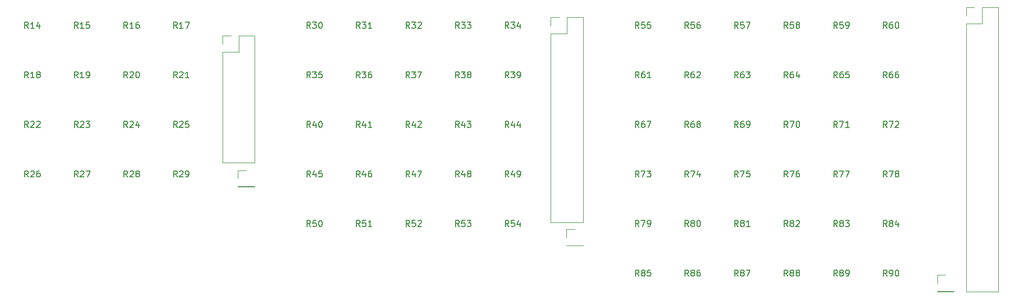
<source format=gto>
%TF.GenerationSoftware,KiCad,Pcbnew,(6.0.2)*%
%TF.CreationDate,2023-03-09T16:35:16+09:00*%
%TF.ProjectId,pixel_array_study,70697865-6c5f-4617-9272-61795f737475,rev?*%
%TF.SameCoordinates,Original*%
%TF.FileFunction,Legend,Top*%
%TF.FilePolarity,Positive*%
%FSLAX46Y46*%
G04 Gerber Fmt 4.6, Leading zero omitted, Abs format (unit mm)*
G04 Created by KiCad (PCBNEW (6.0.2)) date 2023-03-09 16:35:16*
%MOMM*%
%LPD*%
G01*
G04 APERTURE LIST*
%ADD10C,0.150000*%
%ADD11C,0.120000*%
G04 APERTURE END LIST*
D10*
%TO.C,R90*%
X194357142Y-66452380D02*
X194023809Y-65976190D01*
X193785714Y-66452380D02*
X193785714Y-65452380D01*
X194166666Y-65452380D01*
X194261904Y-65500000D01*
X194309523Y-65547619D01*
X194357142Y-65642857D01*
X194357142Y-65785714D01*
X194309523Y-65880952D01*
X194261904Y-65928571D01*
X194166666Y-65976190D01*
X193785714Y-65976190D01*
X194833333Y-66452380D02*
X195023809Y-66452380D01*
X195119047Y-66404761D01*
X195166666Y-66357142D01*
X195261904Y-66214285D01*
X195309523Y-66023809D01*
X195309523Y-65642857D01*
X195261904Y-65547619D01*
X195214285Y-65500000D01*
X195119047Y-65452380D01*
X194928571Y-65452380D01*
X194833333Y-65500000D01*
X194785714Y-65547619D01*
X194738095Y-65642857D01*
X194738095Y-65880952D01*
X194785714Y-65976190D01*
X194833333Y-66023809D01*
X194928571Y-66071428D01*
X195119047Y-66071428D01*
X195214285Y-66023809D01*
X195261904Y-65976190D01*
X195309523Y-65880952D01*
X195928571Y-65452380D02*
X196023809Y-65452380D01*
X196119047Y-65500000D01*
X196166666Y-65547619D01*
X196214285Y-65642857D01*
X196261904Y-65833333D01*
X196261904Y-66071428D01*
X196214285Y-66261904D01*
X196166666Y-66357142D01*
X196119047Y-66404761D01*
X196023809Y-66452380D01*
X195928571Y-66452380D01*
X195833333Y-66404761D01*
X195785714Y-66357142D01*
X195738095Y-66261904D01*
X195690476Y-66071428D01*
X195690476Y-65833333D01*
X195738095Y-65642857D01*
X195785714Y-65547619D01*
X195833333Y-65500000D01*
X195928571Y-65452380D01*
%TO.C,R89*%
X186357142Y-66452380D02*
X186023809Y-65976190D01*
X185785714Y-66452380D02*
X185785714Y-65452380D01*
X186166666Y-65452380D01*
X186261904Y-65500000D01*
X186309523Y-65547619D01*
X186357142Y-65642857D01*
X186357142Y-65785714D01*
X186309523Y-65880952D01*
X186261904Y-65928571D01*
X186166666Y-65976190D01*
X185785714Y-65976190D01*
X186928571Y-65880952D02*
X186833333Y-65833333D01*
X186785714Y-65785714D01*
X186738095Y-65690476D01*
X186738095Y-65642857D01*
X186785714Y-65547619D01*
X186833333Y-65500000D01*
X186928571Y-65452380D01*
X187119047Y-65452380D01*
X187214285Y-65500000D01*
X187261904Y-65547619D01*
X187309523Y-65642857D01*
X187309523Y-65690476D01*
X187261904Y-65785714D01*
X187214285Y-65833333D01*
X187119047Y-65880952D01*
X186928571Y-65880952D01*
X186833333Y-65928571D01*
X186785714Y-65976190D01*
X186738095Y-66071428D01*
X186738095Y-66261904D01*
X186785714Y-66357142D01*
X186833333Y-66404761D01*
X186928571Y-66452380D01*
X187119047Y-66452380D01*
X187214285Y-66404761D01*
X187261904Y-66357142D01*
X187309523Y-66261904D01*
X187309523Y-66071428D01*
X187261904Y-65976190D01*
X187214285Y-65928571D01*
X187119047Y-65880952D01*
X187785714Y-66452380D02*
X187976190Y-66452380D01*
X188071428Y-66404761D01*
X188119047Y-66357142D01*
X188214285Y-66214285D01*
X188261904Y-66023809D01*
X188261904Y-65642857D01*
X188214285Y-65547619D01*
X188166666Y-65500000D01*
X188071428Y-65452380D01*
X187880952Y-65452380D01*
X187785714Y-65500000D01*
X187738095Y-65547619D01*
X187690476Y-65642857D01*
X187690476Y-65880952D01*
X187738095Y-65976190D01*
X187785714Y-66023809D01*
X187880952Y-66071428D01*
X188071428Y-66071428D01*
X188166666Y-66023809D01*
X188214285Y-65976190D01*
X188261904Y-65880952D01*
%TO.C,R88*%
X178357142Y-66452380D02*
X178023809Y-65976190D01*
X177785714Y-66452380D02*
X177785714Y-65452380D01*
X178166666Y-65452380D01*
X178261904Y-65500000D01*
X178309523Y-65547619D01*
X178357142Y-65642857D01*
X178357142Y-65785714D01*
X178309523Y-65880952D01*
X178261904Y-65928571D01*
X178166666Y-65976190D01*
X177785714Y-65976190D01*
X178928571Y-65880952D02*
X178833333Y-65833333D01*
X178785714Y-65785714D01*
X178738095Y-65690476D01*
X178738095Y-65642857D01*
X178785714Y-65547619D01*
X178833333Y-65500000D01*
X178928571Y-65452380D01*
X179119047Y-65452380D01*
X179214285Y-65500000D01*
X179261904Y-65547619D01*
X179309523Y-65642857D01*
X179309523Y-65690476D01*
X179261904Y-65785714D01*
X179214285Y-65833333D01*
X179119047Y-65880952D01*
X178928571Y-65880952D01*
X178833333Y-65928571D01*
X178785714Y-65976190D01*
X178738095Y-66071428D01*
X178738095Y-66261904D01*
X178785714Y-66357142D01*
X178833333Y-66404761D01*
X178928571Y-66452380D01*
X179119047Y-66452380D01*
X179214285Y-66404761D01*
X179261904Y-66357142D01*
X179309523Y-66261904D01*
X179309523Y-66071428D01*
X179261904Y-65976190D01*
X179214285Y-65928571D01*
X179119047Y-65880952D01*
X179880952Y-65880952D02*
X179785714Y-65833333D01*
X179738095Y-65785714D01*
X179690476Y-65690476D01*
X179690476Y-65642857D01*
X179738095Y-65547619D01*
X179785714Y-65500000D01*
X179880952Y-65452380D01*
X180071428Y-65452380D01*
X180166666Y-65500000D01*
X180214285Y-65547619D01*
X180261904Y-65642857D01*
X180261904Y-65690476D01*
X180214285Y-65785714D01*
X180166666Y-65833333D01*
X180071428Y-65880952D01*
X179880952Y-65880952D01*
X179785714Y-65928571D01*
X179738095Y-65976190D01*
X179690476Y-66071428D01*
X179690476Y-66261904D01*
X179738095Y-66357142D01*
X179785714Y-66404761D01*
X179880952Y-66452380D01*
X180071428Y-66452380D01*
X180166666Y-66404761D01*
X180214285Y-66357142D01*
X180261904Y-66261904D01*
X180261904Y-66071428D01*
X180214285Y-65976190D01*
X180166666Y-65928571D01*
X180071428Y-65880952D01*
%TO.C,R87*%
X170357142Y-66452380D02*
X170023809Y-65976190D01*
X169785714Y-66452380D02*
X169785714Y-65452380D01*
X170166666Y-65452380D01*
X170261904Y-65500000D01*
X170309523Y-65547619D01*
X170357142Y-65642857D01*
X170357142Y-65785714D01*
X170309523Y-65880952D01*
X170261904Y-65928571D01*
X170166666Y-65976190D01*
X169785714Y-65976190D01*
X170928571Y-65880952D02*
X170833333Y-65833333D01*
X170785714Y-65785714D01*
X170738095Y-65690476D01*
X170738095Y-65642857D01*
X170785714Y-65547619D01*
X170833333Y-65500000D01*
X170928571Y-65452380D01*
X171119047Y-65452380D01*
X171214285Y-65500000D01*
X171261904Y-65547619D01*
X171309523Y-65642857D01*
X171309523Y-65690476D01*
X171261904Y-65785714D01*
X171214285Y-65833333D01*
X171119047Y-65880952D01*
X170928571Y-65880952D01*
X170833333Y-65928571D01*
X170785714Y-65976190D01*
X170738095Y-66071428D01*
X170738095Y-66261904D01*
X170785714Y-66357142D01*
X170833333Y-66404761D01*
X170928571Y-66452380D01*
X171119047Y-66452380D01*
X171214285Y-66404761D01*
X171261904Y-66357142D01*
X171309523Y-66261904D01*
X171309523Y-66071428D01*
X171261904Y-65976190D01*
X171214285Y-65928571D01*
X171119047Y-65880952D01*
X171642857Y-65452380D02*
X172309523Y-65452380D01*
X171880952Y-66452380D01*
%TO.C,R86*%
X162357142Y-66452380D02*
X162023809Y-65976190D01*
X161785714Y-66452380D02*
X161785714Y-65452380D01*
X162166666Y-65452380D01*
X162261904Y-65500000D01*
X162309523Y-65547619D01*
X162357142Y-65642857D01*
X162357142Y-65785714D01*
X162309523Y-65880952D01*
X162261904Y-65928571D01*
X162166666Y-65976190D01*
X161785714Y-65976190D01*
X162928571Y-65880952D02*
X162833333Y-65833333D01*
X162785714Y-65785714D01*
X162738095Y-65690476D01*
X162738095Y-65642857D01*
X162785714Y-65547619D01*
X162833333Y-65500000D01*
X162928571Y-65452380D01*
X163119047Y-65452380D01*
X163214285Y-65500000D01*
X163261904Y-65547619D01*
X163309523Y-65642857D01*
X163309523Y-65690476D01*
X163261904Y-65785714D01*
X163214285Y-65833333D01*
X163119047Y-65880952D01*
X162928571Y-65880952D01*
X162833333Y-65928571D01*
X162785714Y-65976190D01*
X162738095Y-66071428D01*
X162738095Y-66261904D01*
X162785714Y-66357142D01*
X162833333Y-66404761D01*
X162928571Y-66452380D01*
X163119047Y-66452380D01*
X163214285Y-66404761D01*
X163261904Y-66357142D01*
X163309523Y-66261904D01*
X163309523Y-66071428D01*
X163261904Y-65976190D01*
X163214285Y-65928571D01*
X163119047Y-65880952D01*
X164166666Y-65452380D02*
X163976190Y-65452380D01*
X163880952Y-65500000D01*
X163833333Y-65547619D01*
X163738095Y-65690476D01*
X163690476Y-65880952D01*
X163690476Y-66261904D01*
X163738095Y-66357142D01*
X163785714Y-66404761D01*
X163880952Y-66452380D01*
X164071428Y-66452380D01*
X164166666Y-66404761D01*
X164214285Y-66357142D01*
X164261904Y-66261904D01*
X164261904Y-66023809D01*
X164214285Y-65928571D01*
X164166666Y-65880952D01*
X164071428Y-65833333D01*
X163880952Y-65833333D01*
X163785714Y-65880952D01*
X163738095Y-65928571D01*
X163690476Y-66023809D01*
%TO.C,R85*%
X154357142Y-66452380D02*
X154023809Y-65976190D01*
X153785714Y-66452380D02*
X153785714Y-65452380D01*
X154166666Y-65452380D01*
X154261904Y-65500000D01*
X154309523Y-65547619D01*
X154357142Y-65642857D01*
X154357142Y-65785714D01*
X154309523Y-65880952D01*
X154261904Y-65928571D01*
X154166666Y-65976190D01*
X153785714Y-65976190D01*
X154928571Y-65880952D02*
X154833333Y-65833333D01*
X154785714Y-65785714D01*
X154738095Y-65690476D01*
X154738095Y-65642857D01*
X154785714Y-65547619D01*
X154833333Y-65500000D01*
X154928571Y-65452380D01*
X155119047Y-65452380D01*
X155214285Y-65500000D01*
X155261904Y-65547619D01*
X155309523Y-65642857D01*
X155309523Y-65690476D01*
X155261904Y-65785714D01*
X155214285Y-65833333D01*
X155119047Y-65880952D01*
X154928571Y-65880952D01*
X154833333Y-65928571D01*
X154785714Y-65976190D01*
X154738095Y-66071428D01*
X154738095Y-66261904D01*
X154785714Y-66357142D01*
X154833333Y-66404761D01*
X154928571Y-66452380D01*
X155119047Y-66452380D01*
X155214285Y-66404761D01*
X155261904Y-66357142D01*
X155309523Y-66261904D01*
X155309523Y-66071428D01*
X155261904Y-65976190D01*
X155214285Y-65928571D01*
X155119047Y-65880952D01*
X156214285Y-65452380D02*
X155738095Y-65452380D01*
X155690476Y-65928571D01*
X155738095Y-65880952D01*
X155833333Y-65833333D01*
X156071428Y-65833333D01*
X156166666Y-65880952D01*
X156214285Y-65928571D01*
X156261904Y-66023809D01*
X156261904Y-66261904D01*
X156214285Y-66357142D01*
X156166666Y-66404761D01*
X156071428Y-66452380D01*
X155833333Y-66452380D01*
X155738095Y-66404761D01*
X155690476Y-66357142D01*
%TO.C,R84*%
X194357142Y-58452380D02*
X194023809Y-57976190D01*
X193785714Y-58452380D02*
X193785714Y-57452380D01*
X194166666Y-57452380D01*
X194261904Y-57500000D01*
X194309523Y-57547619D01*
X194357142Y-57642857D01*
X194357142Y-57785714D01*
X194309523Y-57880952D01*
X194261904Y-57928571D01*
X194166666Y-57976190D01*
X193785714Y-57976190D01*
X194928571Y-57880952D02*
X194833333Y-57833333D01*
X194785714Y-57785714D01*
X194738095Y-57690476D01*
X194738095Y-57642857D01*
X194785714Y-57547619D01*
X194833333Y-57500000D01*
X194928571Y-57452380D01*
X195119047Y-57452380D01*
X195214285Y-57500000D01*
X195261904Y-57547619D01*
X195309523Y-57642857D01*
X195309523Y-57690476D01*
X195261904Y-57785714D01*
X195214285Y-57833333D01*
X195119047Y-57880952D01*
X194928571Y-57880952D01*
X194833333Y-57928571D01*
X194785714Y-57976190D01*
X194738095Y-58071428D01*
X194738095Y-58261904D01*
X194785714Y-58357142D01*
X194833333Y-58404761D01*
X194928571Y-58452380D01*
X195119047Y-58452380D01*
X195214285Y-58404761D01*
X195261904Y-58357142D01*
X195309523Y-58261904D01*
X195309523Y-58071428D01*
X195261904Y-57976190D01*
X195214285Y-57928571D01*
X195119047Y-57880952D01*
X196166666Y-57785714D02*
X196166666Y-58452380D01*
X195928571Y-57404761D02*
X195690476Y-58119047D01*
X196309523Y-58119047D01*
%TO.C,R83*%
X186357142Y-58452380D02*
X186023809Y-57976190D01*
X185785714Y-58452380D02*
X185785714Y-57452380D01*
X186166666Y-57452380D01*
X186261904Y-57500000D01*
X186309523Y-57547619D01*
X186357142Y-57642857D01*
X186357142Y-57785714D01*
X186309523Y-57880952D01*
X186261904Y-57928571D01*
X186166666Y-57976190D01*
X185785714Y-57976190D01*
X186928571Y-57880952D02*
X186833333Y-57833333D01*
X186785714Y-57785714D01*
X186738095Y-57690476D01*
X186738095Y-57642857D01*
X186785714Y-57547619D01*
X186833333Y-57500000D01*
X186928571Y-57452380D01*
X187119047Y-57452380D01*
X187214285Y-57500000D01*
X187261904Y-57547619D01*
X187309523Y-57642857D01*
X187309523Y-57690476D01*
X187261904Y-57785714D01*
X187214285Y-57833333D01*
X187119047Y-57880952D01*
X186928571Y-57880952D01*
X186833333Y-57928571D01*
X186785714Y-57976190D01*
X186738095Y-58071428D01*
X186738095Y-58261904D01*
X186785714Y-58357142D01*
X186833333Y-58404761D01*
X186928571Y-58452380D01*
X187119047Y-58452380D01*
X187214285Y-58404761D01*
X187261904Y-58357142D01*
X187309523Y-58261904D01*
X187309523Y-58071428D01*
X187261904Y-57976190D01*
X187214285Y-57928571D01*
X187119047Y-57880952D01*
X187642857Y-57452380D02*
X188261904Y-57452380D01*
X187928571Y-57833333D01*
X188071428Y-57833333D01*
X188166666Y-57880952D01*
X188214285Y-57928571D01*
X188261904Y-58023809D01*
X188261904Y-58261904D01*
X188214285Y-58357142D01*
X188166666Y-58404761D01*
X188071428Y-58452380D01*
X187785714Y-58452380D01*
X187690476Y-58404761D01*
X187642857Y-58357142D01*
%TO.C,R82*%
X178357142Y-58452380D02*
X178023809Y-57976190D01*
X177785714Y-58452380D02*
X177785714Y-57452380D01*
X178166666Y-57452380D01*
X178261904Y-57500000D01*
X178309523Y-57547619D01*
X178357142Y-57642857D01*
X178357142Y-57785714D01*
X178309523Y-57880952D01*
X178261904Y-57928571D01*
X178166666Y-57976190D01*
X177785714Y-57976190D01*
X178928571Y-57880952D02*
X178833333Y-57833333D01*
X178785714Y-57785714D01*
X178738095Y-57690476D01*
X178738095Y-57642857D01*
X178785714Y-57547619D01*
X178833333Y-57500000D01*
X178928571Y-57452380D01*
X179119047Y-57452380D01*
X179214285Y-57500000D01*
X179261904Y-57547619D01*
X179309523Y-57642857D01*
X179309523Y-57690476D01*
X179261904Y-57785714D01*
X179214285Y-57833333D01*
X179119047Y-57880952D01*
X178928571Y-57880952D01*
X178833333Y-57928571D01*
X178785714Y-57976190D01*
X178738095Y-58071428D01*
X178738095Y-58261904D01*
X178785714Y-58357142D01*
X178833333Y-58404761D01*
X178928571Y-58452380D01*
X179119047Y-58452380D01*
X179214285Y-58404761D01*
X179261904Y-58357142D01*
X179309523Y-58261904D01*
X179309523Y-58071428D01*
X179261904Y-57976190D01*
X179214285Y-57928571D01*
X179119047Y-57880952D01*
X179690476Y-57547619D02*
X179738095Y-57500000D01*
X179833333Y-57452380D01*
X180071428Y-57452380D01*
X180166666Y-57500000D01*
X180214285Y-57547619D01*
X180261904Y-57642857D01*
X180261904Y-57738095D01*
X180214285Y-57880952D01*
X179642857Y-58452380D01*
X180261904Y-58452380D01*
%TO.C,R81*%
X170357142Y-58452380D02*
X170023809Y-57976190D01*
X169785714Y-58452380D02*
X169785714Y-57452380D01*
X170166666Y-57452380D01*
X170261904Y-57500000D01*
X170309523Y-57547619D01*
X170357142Y-57642857D01*
X170357142Y-57785714D01*
X170309523Y-57880952D01*
X170261904Y-57928571D01*
X170166666Y-57976190D01*
X169785714Y-57976190D01*
X170928571Y-57880952D02*
X170833333Y-57833333D01*
X170785714Y-57785714D01*
X170738095Y-57690476D01*
X170738095Y-57642857D01*
X170785714Y-57547619D01*
X170833333Y-57500000D01*
X170928571Y-57452380D01*
X171119047Y-57452380D01*
X171214285Y-57500000D01*
X171261904Y-57547619D01*
X171309523Y-57642857D01*
X171309523Y-57690476D01*
X171261904Y-57785714D01*
X171214285Y-57833333D01*
X171119047Y-57880952D01*
X170928571Y-57880952D01*
X170833333Y-57928571D01*
X170785714Y-57976190D01*
X170738095Y-58071428D01*
X170738095Y-58261904D01*
X170785714Y-58357142D01*
X170833333Y-58404761D01*
X170928571Y-58452380D01*
X171119047Y-58452380D01*
X171214285Y-58404761D01*
X171261904Y-58357142D01*
X171309523Y-58261904D01*
X171309523Y-58071428D01*
X171261904Y-57976190D01*
X171214285Y-57928571D01*
X171119047Y-57880952D01*
X172261904Y-58452380D02*
X171690476Y-58452380D01*
X171976190Y-58452380D02*
X171976190Y-57452380D01*
X171880952Y-57595238D01*
X171785714Y-57690476D01*
X171690476Y-57738095D01*
%TO.C,R80*%
X162357142Y-58452380D02*
X162023809Y-57976190D01*
X161785714Y-58452380D02*
X161785714Y-57452380D01*
X162166666Y-57452380D01*
X162261904Y-57500000D01*
X162309523Y-57547619D01*
X162357142Y-57642857D01*
X162357142Y-57785714D01*
X162309523Y-57880952D01*
X162261904Y-57928571D01*
X162166666Y-57976190D01*
X161785714Y-57976190D01*
X162928571Y-57880952D02*
X162833333Y-57833333D01*
X162785714Y-57785714D01*
X162738095Y-57690476D01*
X162738095Y-57642857D01*
X162785714Y-57547619D01*
X162833333Y-57500000D01*
X162928571Y-57452380D01*
X163119047Y-57452380D01*
X163214285Y-57500000D01*
X163261904Y-57547619D01*
X163309523Y-57642857D01*
X163309523Y-57690476D01*
X163261904Y-57785714D01*
X163214285Y-57833333D01*
X163119047Y-57880952D01*
X162928571Y-57880952D01*
X162833333Y-57928571D01*
X162785714Y-57976190D01*
X162738095Y-58071428D01*
X162738095Y-58261904D01*
X162785714Y-58357142D01*
X162833333Y-58404761D01*
X162928571Y-58452380D01*
X163119047Y-58452380D01*
X163214285Y-58404761D01*
X163261904Y-58357142D01*
X163309523Y-58261904D01*
X163309523Y-58071428D01*
X163261904Y-57976190D01*
X163214285Y-57928571D01*
X163119047Y-57880952D01*
X163928571Y-57452380D02*
X164023809Y-57452380D01*
X164119047Y-57500000D01*
X164166666Y-57547619D01*
X164214285Y-57642857D01*
X164261904Y-57833333D01*
X164261904Y-58071428D01*
X164214285Y-58261904D01*
X164166666Y-58357142D01*
X164119047Y-58404761D01*
X164023809Y-58452380D01*
X163928571Y-58452380D01*
X163833333Y-58404761D01*
X163785714Y-58357142D01*
X163738095Y-58261904D01*
X163690476Y-58071428D01*
X163690476Y-57833333D01*
X163738095Y-57642857D01*
X163785714Y-57547619D01*
X163833333Y-57500000D01*
X163928571Y-57452380D01*
%TO.C,R79*%
X154357142Y-58452380D02*
X154023809Y-57976190D01*
X153785714Y-58452380D02*
X153785714Y-57452380D01*
X154166666Y-57452380D01*
X154261904Y-57500000D01*
X154309523Y-57547619D01*
X154357142Y-57642857D01*
X154357142Y-57785714D01*
X154309523Y-57880952D01*
X154261904Y-57928571D01*
X154166666Y-57976190D01*
X153785714Y-57976190D01*
X154690476Y-57452380D02*
X155357142Y-57452380D01*
X154928571Y-58452380D01*
X155785714Y-58452380D02*
X155976190Y-58452380D01*
X156071428Y-58404761D01*
X156119047Y-58357142D01*
X156214285Y-58214285D01*
X156261904Y-58023809D01*
X156261904Y-57642857D01*
X156214285Y-57547619D01*
X156166666Y-57500000D01*
X156071428Y-57452380D01*
X155880952Y-57452380D01*
X155785714Y-57500000D01*
X155738095Y-57547619D01*
X155690476Y-57642857D01*
X155690476Y-57880952D01*
X155738095Y-57976190D01*
X155785714Y-58023809D01*
X155880952Y-58071428D01*
X156071428Y-58071428D01*
X156166666Y-58023809D01*
X156214285Y-57976190D01*
X156261904Y-57880952D01*
%TO.C,R78*%
X194357142Y-50452380D02*
X194023809Y-49976190D01*
X193785714Y-50452380D02*
X193785714Y-49452380D01*
X194166666Y-49452380D01*
X194261904Y-49500000D01*
X194309523Y-49547619D01*
X194357142Y-49642857D01*
X194357142Y-49785714D01*
X194309523Y-49880952D01*
X194261904Y-49928571D01*
X194166666Y-49976190D01*
X193785714Y-49976190D01*
X194690476Y-49452380D02*
X195357142Y-49452380D01*
X194928571Y-50452380D01*
X195880952Y-49880952D02*
X195785714Y-49833333D01*
X195738095Y-49785714D01*
X195690476Y-49690476D01*
X195690476Y-49642857D01*
X195738095Y-49547619D01*
X195785714Y-49500000D01*
X195880952Y-49452380D01*
X196071428Y-49452380D01*
X196166666Y-49500000D01*
X196214285Y-49547619D01*
X196261904Y-49642857D01*
X196261904Y-49690476D01*
X196214285Y-49785714D01*
X196166666Y-49833333D01*
X196071428Y-49880952D01*
X195880952Y-49880952D01*
X195785714Y-49928571D01*
X195738095Y-49976190D01*
X195690476Y-50071428D01*
X195690476Y-50261904D01*
X195738095Y-50357142D01*
X195785714Y-50404761D01*
X195880952Y-50452380D01*
X196071428Y-50452380D01*
X196166666Y-50404761D01*
X196214285Y-50357142D01*
X196261904Y-50261904D01*
X196261904Y-50071428D01*
X196214285Y-49976190D01*
X196166666Y-49928571D01*
X196071428Y-49880952D01*
%TO.C,R77*%
X186357142Y-50452380D02*
X186023809Y-49976190D01*
X185785714Y-50452380D02*
X185785714Y-49452380D01*
X186166666Y-49452380D01*
X186261904Y-49500000D01*
X186309523Y-49547619D01*
X186357142Y-49642857D01*
X186357142Y-49785714D01*
X186309523Y-49880952D01*
X186261904Y-49928571D01*
X186166666Y-49976190D01*
X185785714Y-49976190D01*
X186690476Y-49452380D02*
X187357142Y-49452380D01*
X186928571Y-50452380D01*
X187642857Y-49452380D02*
X188309523Y-49452380D01*
X187880952Y-50452380D01*
%TO.C,R76*%
X178357142Y-50452380D02*
X178023809Y-49976190D01*
X177785714Y-50452380D02*
X177785714Y-49452380D01*
X178166666Y-49452380D01*
X178261904Y-49500000D01*
X178309523Y-49547619D01*
X178357142Y-49642857D01*
X178357142Y-49785714D01*
X178309523Y-49880952D01*
X178261904Y-49928571D01*
X178166666Y-49976190D01*
X177785714Y-49976190D01*
X178690476Y-49452380D02*
X179357142Y-49452380D01*
X178928571Y-50452380D01*
X180166666Y-49452380D02*
X179976190Y-49452380D01*
X179880952Y-49500000D01*
X179833333Y-49547619D01*
X179738095Y-49690476D01*
X179690476Y-49880952D01*
X179690476Y-50261904D01*
X179738095Y-50357142D01*
X179785714Y-50404761D01*
X179880952Y-50452380D01*
X180071428Y-50452380D01*
X180166666Y-50404761D01*
X180214285Y-50357142D01*
X180261904Y-50261904D01*
X180261904Y-50023809D01*
X180214285Y-49928571D01*
X180166666Y-49880952D01*
X180071428Y-49833333D01*
X179880952Y-49833333D01*
X179785714Y-49880952D01*
X179738095Y-49928571D01*
X179690476Y-50023809D01*
%TO.C,R75*%
X170357142Y-50452380D02*
X170023809Y-49976190D01*
X169785714Y-50452380D02*
X169785714Y-49452380D01*
X170166666Y-49452380D01*
X170261904Y-49500000D01*
X170309523Y-49547619D01*
X170357142Y-49642857D01*
X170357142Y-49785714D01*
X170309523Y-49880952D01*
X170261904Y-49928571D01*
X170166666Y-49976190D01*
X169785714Y-49976190D01*
X170690476Y-49452380D02*
X171357142Y-49452380D01*
X170928571Y-50452380D01*
X172214285Y-49452380D02*
X171738095Y-49452380D01*
X171690476Y-49928571D01*
X171738095Y-49880952D01*
X171833333Y-49833333D01*
X172071428Y-49833333D01*
X172166666Y-49880952D01*
X172214285Y-49928571D01*
X172261904Y-50023809D01*
X172261904Y-50261904D01*
X172214285Y-50357142D01*
X172166666Y-50404761D01*
X172071428Y-50452380D01*
X171833333Y-50452380D01*
X171738095Y-50404761D01*
X171690476Y-50357142D01*
%TO.C,R74*%
X162357142Y-50452380D02*
X162023809Y-49976190D01*
X161785714Y-50452380D02*
X161785714Y-49452380D01*
X162166666Y-49452380D01*
X162261904Y-49500000D01*
X162309523Y-49547619D01*
X162357142Y-49642857D01*
X162357142Y-49785714D01*
X162309523Y-49880952D01*
X162261904Y-49928571D01*
X162166666Y-49976190D01*
X161785714Y-49976190D01*
X162690476Y-49452380D02*
X163357142Y-49452380D01*
X162928571Y-50452380D01*
X164166666Y-49785714D02*
X164166666Y-50452380D01*
X163928571Y-49404761D02*
X163690476Y-50119047D01*
X164309523Y-50119047D01*
%TO.C,R73*%
X154357142Y-50452380D02*
X154023809Y-49976190D01*
X153785714Y-50452380D02*
X153785714Y-49452380D01*
X154166666Y-49452380D01*
X154261904Y-49500000D01*
X154309523Y-49547619D01*
X154357142Y-49642857D01*
X154357142Y-49785714D01*
X154309523Y-49880952D01*
X154261904Y-49928571D01*
X154166666Y-49976190D01*
X153785714Y-49976190D01*
X154690476Y-49452380D02*
X155357142Y-49452380D01*
X154928571Y-50452380D01*
X155642857Y-49452380D02*
X156261904Y-49452380D01*
X155928571Y-49833333D01*
X156071428Y-49833333D01*
X156166666Y-49880952D01*
X156214285Y-49928571D01*
X156261904Y-50023809D01*
X156261904Y-50261904D01*
X156214285Y-50357142D01*
X156166666Y-50404761D01*
X156071428Y-50452380D01*
X155785714Y-50452380D01*
X155690476Y-50404761D01*
X155642857Y-50357142D01*
%TO.C,R72*%
X194357142Y-42452380D02*
X194023809Y-41976190D01*
X193785714Y-42452380D02*
X193785714Y-41452380D01*
X194166666Y-41452380D01*
X194261904Y-41500000D01*
X194309523Y-41547619D01*
X194357142Y-41642857D01*
X194357142Y-41785714D01*
X194309523Y-41880952D01*
X194261904Y-41928571D01*
X194166666Y-41976190D01*
X193785714Y-41976190D01*
X194690476Y-41452380D02*
X195357142Y-41452380D01*
X194928571Y-42452380D01*
X195690476Y-41547619D02*
X195738095Y-41500000D01*
X195833333Y-41452380D01*
X196071428Y-41452380D01*
X196166666Y-41500000D01*
X196214285Y-41547619D01*
X196261904Y-41642857D01*
X196261904Y-41738095D01*
X196214285Y-41880952D01*
X195642857Y-42452380D01*
X196261904Y-42452380D01*
%TO.C,R71*%
X186357142Y-42452380D02*
X186023809Y-41976190D01*
X185785714Y-42452380D02*
X185785714Y-41452380D01*
X186166666Y-41452380D01*
X186261904Y-41500000D01*
X186309523Y-41547619D01*
X186357142Y-41642857D01*
X186357142Y-41785714D01*
X186309523Y-41880952D01*
X186261904Y-41928571D01*
X186166666Y-41976190D01*
X185785714Y-41976190D01*
X186690476Y-41452380D02*
X187357142Y-41452380D01*
X186928571Y-42452380D01*
X188261904Y-42452380D02*
X187690476Y-42452380D01*
X187976190Y-42452380D02*
X187976190Y-41452380D01*
X187880952Y-41595238D01*
X187785714Y-41690476D01*
X187690476Y-41738095D01*
%TO.C,R70*%
X178357142Y-42452380D02*
X178023809Y-41976190D01*
X177785714Y-42452380D02*
X177785714Y-41452380D01*
X178166666Y-41452380D01*
X178261904Y-41500000D01*
X178309523Y-41547619D01*
X178357142Y-41642857D01*
X178357142Y-41785714D01*
X178309523Y-41880952D01*
X178261904Y-41928571D01*
X178166666Y-41976190D01*
X177785714Y-41976190D01*
X178690476Y-41452380D02*
X179357142Y-41452380D01*
X178928571Y-42452380D01*
X179928571Y-41452380D02*
X180023809Y-41452380D01*
X180119047Y-41500000D01*
X180166666Y-41547619D01*
X180214285Y-41642857D01*
X180261904Y-41833333D01*
X180261904Y-42071428D01*
X180214285Y-42261904D01*
X180166666Y-42357142D01*
X180119047Y-42404761D01*
X180023809Y-42452380D01*
X179928571Y-42452380D01*
X179833333Y-42404761D01*
X179785714Y-42357142D01*
X179738095Y-42261904D01*
X179690476Y-42071428D01*
X179690476Y-41833333D01*
X179738095Y-41642857D01*
X179785714Y-41547619D01*
X179833333Y-41500000D01*
X179928571Y-41452380D01*
%TO.C,R69*%
X170357142Y-42452380D02*
X170023809Y-41976190D01*
X169785714Y-42452380D02*
X169785714Y-41452380D01*
X170166666Y-41452380D01*
X170261904Y-41500000D01*
X170309523Y-41547619D01*
X170357142Y-41642857D01*
X170357142Y-41785714D01*
X170309523Y-41880952D01*
X170261904Y-41928571D01*
X170166666Y-41976190D01*
X169785714Y-41976190D01*
X171214285Y-41452380D02*
X171023809Y-41452380D01*
X170928571Y-41500000D01*
X170880952Y-41547619D01*
X170785714Y-41690476D01*
X170738095Y-41880952D01*
X170738095Y-42261904D01*
X170785714Y-42357142D01*
X170833333Y-42404761D01*
X170928571Y-42452380D01*
X171119047Y-42452380D01*
X171214285Y-42404761D01*
X171261904Y-42357142D01*
X171309523Y-42261904D01*
X171309523Y-42023809D01*
X171261904Y-41928571D01*
X171214285Y-41880952D01*
X171119047Y-41833333D01*
X170928571Y-41833333D01*
X170833333Y-41880952D01*
X170785714Y-41928571D01*
X170738095Y-42023809D01*
X171785714Y-42452380D02*
X171976190Y-42452380D01*
X172071428Y-42404761D01*
X172119047Y-42357142D01*
X172214285Y-42214285D01*
X172261904Y-42023809D01*
X172261904Y-41642857D01*
X172214285Y-41547619D01*
X172166666Y-41500000D01*
X172071428Y-41452380D01*
X171880952Y-41452380D01*
X171785714Y-41500000D01*
X171738095Y-41547619D01*
X171690476Y-41642857D01*
X171690476Y-41880952D01*
X171738095Y-41976190D01*
X171785714Y-42023809D01*
X171880952Y-42071428D01*
X172071428Y-42071428D01*
X172166666Y-42023809D01*
X172214285Y-41976190D01*
X172261904Y-41880952D01*
%TO.C,R68*%
X162357142Y-42452380D02*
X162023809Y-41976190D01*
X161785714Y-42452380D02*
X161785714Y-41452380D01*
X162166666Y-41452380D01*
X162261904Y-41500000D01*
X162309523Y-41547619D01*
X162357142Y-41642857D01*
X162357142Y-41785714D01*
X162309523Y-41880952D01*
X162261904Y-41928571D01*
X162166666Y-41976190D01*
X161785714Y-41976190D01*
X163214285Y-41452380D02*
X163023809Y-41452380D01*
X162928571Y-41500000D01*
X162880952Y-41547619D01*
X162785714Y-41690476D01*
X162738095Y-41880952D01*
X162738095Y-42261904D01*
X162785714Y-42357142D01*
X162833333Y-42404761D01*
X162928571Y-42452380D01*
X163119047Y-42452380D01*
X163214285Y-42404761D01*
X163261904Y-42357142D01*
X163309523Y-42261904D01*
X163309523Y-42023809D01*
X163261904Y-41928571D01*
X163214285Y-41880952D01*
X163119047Y-41833333D01*
X162928571Y-41833333D01*
X162833333Y-41880952D01*
X162785714Y-41928571D01*
X162738095Y-42023809D01*
X163880952Y-41880952D02*
X163785714Y-41833333D01*
X163738095Y-41785714D01*
X163690476Y-41690476D01*
X163690476Y-41642857D01*
X163738095Y-41547619D01*
X163785714Y-41500000D01*
X163880952Y-41452380D01*
X164071428Y-41452380D01*
X164166666Y-41500000D01*
X164214285Y-41547619D01*
X164261904Y-41642857D01*
X164261904Y-41690476D01*
X164214285Y-41785714D01*
X164166666Y-41833333D01*
X164071428Y-41880952D01*
X163880952Y-41880952D01*
X163785714Y-41928571D01*
X163738095Y-41976190D01*
X163690476Y-42071428D01*
X163690476Y-42261904D01*
X163738095Y-42357142D01*
X163785714Y-42404761D01*
X163880952Y-42452380D01*
X164071428Y-42452380D01*
X164166666Y-42404761D01*
X164214285Y-42357142D01*
X164261904Y-42261904D01*
X164261904Y-42071428D01*
X164214285Y-41976190D01*
X164166666Y-41928571D01*
X164071428Y-41880952D01*
%TO.C,R67*%
X154357142Y-42452380D02*
X154023809Y-41976190D01*
X153785714Y-42452380D02*
X153785714Y-41452380D01*
X154166666Y-41452380D01*
X154261904Y-41500000D01*
X154309523Y-41547619D01*
X154357142Y-41642857D01*
X154357142Y-41785714D01*
X154309523Y-41880952D01*
X154261904Y-41928571D01*
X154166666Y-41976190D01*
X153785714Y-41976190D01*
X155214285Y-41452380D02*
X155023809Y-41452380D01*
X154928571Y-41500000D01*
X154880952Y-41547619D01*
X154785714Y-41690476D01*
X154738095Y-41880952D01*
X154738095Y-42261904D01*
X154785714Y-42357142D01*
X154833333Y-42404761D01*
X154928571Y-42452380D01*
X155119047Y-42452380D01*
X155214285Y-42404761D01*
X155261904Y-42357142D01*
X155309523Y-42261904D01*
X155309523Y-42023809D01*
X155261904Y-41928571D01*
X155214285Y-41880952D01*
X155119047Y-41833333D01*
X154928571Y-41833333D01*
X154833333Y-41880952D01*
X154785714Y-41928571D01*
X154738095Y-42023809D01*
X155642857Y-41452380D02*
X156309523Y-41452380D01*
X155880952Y-42452380D01*
%TO.C,R66*%
X194357142Y-34452380D02*
X194023809Y-33976190D01*
X193785714Y-34452380D02*
X193785714Y-33452380D01*
X194166666Y-33452380D01*
X194261904Y-33500000D01*
X194309523Y-33547619D01*
X194357142Y-33642857D01*
X194357142Y-33785714D01*
X194309523Y-33880952D01*
X194261904Y-33928571D01*
X194166666Y-33976190D01*
X193785714Y-33976190D01*
X195214285Y-33452380D02*
X195023809Y-33452380D01*
X194928571Y-33500000D01*
X194880952Y-33547619D01*
X194785714Y-33690476D01*
X194738095Y-33880952D01*
X194738095Y-34261904D01*
X194785714Y-34357142D01*
X194833333Y-34404761D01*
X194928571Y-34452380D01*
X195119047Y-34452380D01*
X195214285Y-34404761D01*
X195261904Y-34357142D01*
X195309523Y-34261904D01*
X195309523Y-34023809D01*
X195261904Y-33928571D01*
X195214285Y-33880952D01*
X195119047Y-33833333D01*
X194928571Y-33833333D01*
X194833333Y-33880952D01*
X194785714Y-33928571D01*
X194738095Y-34023809D01*
X196166666Y-33452380D02*
X195976190Y-33452380D01*
X195880952Y-33500000D01*
X195833333Y-33547619D01*
X195738095Y-33690476D01*
X195690476Y-33880952D01*
X195690476Y-34261904D01*
X195738095Y-34357142D01*
X195785714Y-34404761D01*
X195880952Y-34452380D01*
X196071428Y-34452380D01*
X196166666Y-34404761D01*
X196214285Y-34357142D01*
X196261904Y-34261904D01*
X196261904Y-34023809D01*
X196214285Y-33928571D01*
X196166666Y-33880952D01*
X196071428Y-33833333D01*
X195880952Y-33833333D01*
X195785714Y-33880952D01*
X195738095Y-33928571D01*
X195690476Y-34023809D01*
%TO.C,R65*%
X186357142Y-34452380D02*
X186023809Y-33976190D01*
X185785714Y-34452380D02*
X185785714Y-33452380D01*
X186166666Y-33452380D01*
X186261904Y-33500000D01*
X186309523Y-33547619D01*
X186357142Y-33642857D01*
X186357142Y-33785714D01*
X186309523Y-33880952D01*
X186261904Y-33928571D01*
X186166666Y-33976190D01*
X185785714Y-33976190D01*
X187214285Y-33452380D02*
X187023809Y-33452380D01*
X186928571Y-33500000D01*
X186880952Y-33547619D01*
X186785714Y-33690476D01*
X186738095Y-33880952D01*
X186738095Y-34261904D01*
X186785714Y-34357142D01*
X186833333Y-34404761D01*
X186928571Y-34452380D01*
X187119047Y-34452380D01*
X187214285Y-34404761D01*
X187261904Y-34357142D01*
X187309523Y-34261904D01*
X187309523Y-34023809D01*
X187261904Y-33928571D01*
X187214285Y-33880952D01*
X187119047Y-33833333D01*
X186928571Y-33833333D01*
X186833333Y-33880952D01*
X186785714Y-33928571D01*
X186738095Y-34023809D01*
X188214285Y-33452380D02*
X187738095Y-33452380D01*
X187690476Y-33928571D01*
X187738095Y-33880952D01*
X187833333Y-33833333D01*
X188071428Y-33833333D01*
X188166666Y-33880952D01*
X188214285Y-33928571D01*
X188261904Y-34023809D01*
X188261904Y-34261904D01*
X188214285Y-34357142D01*
X188166666Y-34404761D01*
X188071428Y-34452380D01*
X187833333Y-34452380D01*
X187738095Y-34404761D01*
X187690476Y-34357142D01*
%TO.C,R64*%
X178357142Y-34452380D02*
X178023809Y-33976190D01*
X177785714Y-34452380D02*
X177785714Y-33452380D01*
X178166666Y-33452380D01*
X178261904Y-33500000D01*
X178309523Y-33547619D01*
X178357142Y-33642857D01*
X178357142Y-33785714D01*
X178309523Y-33880952D01*
X178261904Y-33928571D01*
X178166666Y-33976190D01*
X177785714Y-33976190D01*
X179214285Y-33452380D02*
X179023809Y-33452380D01*
X178928571Y-33500000D01*
X178880952Y-33547619D01*
X178785714Y-33690476D01*
X178738095Y-33880952D01*
X178738095Y-34261904D01*
X178785714Y-34357142D01*
X178833333Y-34404761D01*
X178928571Y-34452380D01*
X179119047Y-34452380D01*
X179214285Y-34404761D01*
X179261904Y-34357142D01*
X179309523Y-34261904D01*
X179309523Y-34023809D01*
X179261904Y-33928571D01*
X179214285Y-33880952D01*
X179119047Y-33833333D01*
X178928571Y-33833333D01*
X178833333Y-33880952D01*
X178785714Y-33928571D01*
X178738095Y-34023809D01*
X180166666Y-33785714D02*
X180166666Y-34452380D01*
X179928571Y-33404761D02*
X179690476Y-34119047D01*
X180309523Y-34119047D01*
%TO.C,R63*%
X170357142Y-34452380D02*
X170023809Y-33976190D01*
X169785714Y-34452380D02*
X169785714Y-33452380D01*
X170166666Y-33452380D01*
X170261904Y-33500000D01*
X170309523Y-33547619D01*
X170357142Y-33642857D01*
X170357142Y-33785714D01*
X170309523Y-33880952D01*
X170261904Y-33928571D01*
X170166666Y-33976190D01*
X169785714Y-33976190D01*
X171214285Y-33452380D02*
X171023809Y-33452380D01*
X170928571Y-33500000D01*
X170880952Y-33547619D01*
X170785714Y-33690476D01*
X170738095Y-33880952D01*
X170738095Y-34261904D01*
X170785714Y-34357142D01*
X170833333Y-34404761D01*
X170928571Y-34452380D01*
X171119047Y-34452380D01*
X171214285Y-34404761D01*
X171261904Y-34357142D01*
X171309523Y-34261904D01*
X171309523Y-34023809D01*
X171261904Y-33928571D01*
X171214285Y-33880952D01*
X171119047Y-33833333D01*
X170928571Y-33833333D01*
X170833333Y-33880952D01*
X170785714Y-33928571D01*
X170738095Y-34023809D01*
X171642857Y-33452380D02*
X172261904Y-33452380D01*
X171928571Y-33833333D01*
X172071428Y-33833333D01*
X172166666Y-33880952D01*
X172214285Y-33928571D01*
X172261904Y-34023809D01*
X172261904Y-34261904D01*
X172214285Y-34357142D01*
X172166666Y-34404761D01*
X172071428Y-34452380D01*
X171785714Y-34452380D01*
X171690476Y-34404761D01*
X171642857Y-34357142D01*
%TO.C,R62*%
X162357142Y-34452380D02*
X162023809Y-33976190D01*
X161785714Y-34452380D02*
X161785714Y-33452380D01*
X162166666Y-33452380D01*
X162261904Y-33500000D01*
X162309523Y-33547619D01*
X162357142Y-33642857D01*
X162357142Y-33785714D01*
X162309523Y-33880952D01*
X162261904Y-33928571D01*
X162166666Y-33976190D01*
X161785714Y-33976190D01*
X163214285Y-33452380D02*
X163023809Y-33452380D01*
X162928571Y-33500000D01*
X162880952Y-33547619D01*
X162785714Y-33690476D01*
X162738095Y-33880952D01*
X162738095Y-34261904D01*
X162785714Y-34357142D01*
X162833333Y-34404761D01*
X162928571Y-34452380D01*
X163119047Y-34452380D01*
X163214285Y-34404761D01*
X163261904Y-34357142D01*
X163309523Y-34261904D01*
X163309523Y-34023809D01*
X163261904Y-33928571D01*
X163214285Y-33880952D01*
X163119047Y-33833333D01*
X162928571Y-33833333D01*
X162833333Y-33880952D01*
X162785714Y-33928571D01*
X162738095Y-34023809D01*
X163690476Y-33547619D02*
X163738095Y-33500000D01*
X163833333Y-33452380D01*
X164071428Y-33452380D01*
X164166666Y-33500000D01*
X164214285Y-33547619D01*
X164261904Y-33642857D01*
X164261904Y-33738095D01*
X164214285Y-33880952D01*
X163642857Y-34452380D01*
X164261904Y-34452380D01*
%TO.C,R61*%
X154357142Y-34452380D02*
X154023809Y-33976190D01*
X153785714Y-34452380D02*
X153785714Y-33452380D01*
X154166666Y-33452380D01*
X154261904Y-33500000D01*
X154309523Y-33547619D01*
X154357142Y-33642857D01*
X154357142Y-33785714D01*
X154309523Y-33880952D01*
X154261904Y-33928571D01*
X154166666Y-33976190D01*
X153785714Y-33976190D01*
X155214285Y-33452380D02*
X155023809Y-33452380D01*
X154928571Y-33500000D01*
X154880952Y-33547619D01*
X154785714Y-33690476D01*
X154738095Y-33880952D01*
X154738095Y-34261904D01*
X154785714Y-34357142D01*
X154833333Y-34404761D01*
X154928571Y-34452380D01*
X155119047Y-34452380D01*
X155214285Y-34404761D01*
X155261904Y-34357142D01*
X155309523Y-34261904D01*
X155309523Y-34023809D01*
X155261904Y-33928571D01*
X155214285Y-33880952D01*
X155119047Y-33833333D01*
X154928571Y-33833333D01*
X154833333Y-33880952D01*
X154785714Y-33928571D01*
X154738095Y-34023809D01*
X156261904Y-34452380D02*
X155690476Y-34452380D01*
X155976190Y-34452380D02*
X155976190Y-33452380D01*
X155880952Y-33595238D01*
X155785714Y-33690476D01*
X155690476Y-33738095D01*
%TO.C,R60*%
X194357142Y-26452380D02*
X194023809Y-25976190D01*
X193785714Y-26452380D02*
X193785714Y-25452380D01*
X194166666Y-25452380D01*
X194261904Y-25500000D01*
X194309523Y-25547619D01*
X194357142Y-25642857D01*
X194357142Y-25785714D01*
X194309523Y-25880952D01*
X194261904Y-25928571D01*
X194166666Y-25976190D01*
X193785714Y-25976190D01*
X195214285Y-25452380D02*
X195023809Y-25452380D01*
X194928571Y-25500000D01*
X194880952Y-25547619D01*
X194785714Y-25690476D01*
X194738095Y-25880952D01*
X194738095Y-26261904D01*
X194785714Y-26357142D01*
X194833333Y-26404761D01*
X194928571Y-26452380D01*
X195119047Y-26452380D01*
X195214285Y-26404761D01*
X195261904Y-26357142D01*
X195309523Y-26261904D01*
X195309523Y-26023809D01*
X195261904Y-25928571D01*
X195214285Y-25880952D01*
X195119047Y-25833333D01*
X194928571Y-25833333D01*
X194833333Y-25880952D01*
X194785714Y-25928571D01*
X194738095Y-26023809D01*
X195928571Y-25452380D02*
X196023809Y-25452380D01*
X196119047Y-25500000D01*
X196166666Y-25547619D01*
X196214285Y-25642857D01*
X196261904Y-25833333D01*
X196261904Y-26071428D01*
X196214285Y-26261904D01*
X196166666Y-26357142D01*
X196119047Y-26404761D01*
X196023809Y-26452380D01*
X195928571Y-26452380D01*
X195833333Y-26404761D01*
X195785714Y-26357142D01*
X195738095Y-26261904D01*
X195690476Y-26071428D01*
X195690476Y-25833333D01*
X195738095Y-25642857D01*
X195785714Y-25547619D01*
X195833333Y-25500000D01*
X195928571Y-25452380D01*
%TO.C,R59*%
X186357142Y-26452380D02*
X186023809Y-25976190D01*
X185785714Y-26452380D02*
X185785714Y-25452380D01*
X186166666Y-25452380D01*
X186261904Y-25500000D01*
X186309523Y-25547619D01*
X186357142Y-25642857D01*
X186357142Y-25785714D01*
X186309523Y-25880952D01*
X186261904Y-25928571D01*
X186166666Y-25976190D01*
X185785714Y-25976190D01*
X187261904Y-25452380D02*
X186785714Y-25452380D01*
X186738095Y-25928571D01*
X186785714Y-25880952D01*
X186880952Y-25833333D01*
X187119047Y-25833333D01*
X187214285Y-25880952D01*
X187261904Y-25928571D01*
X187309523Y-26023809D01*
X187309523Y-26261904D01*
X187261904Y-26357142D01*
X187214285Y-26404761D01*
X187119047Y-26452380D01*
X186880952Y-26452380D01*
X186785714Y-26404761D01*
X186738095Y-26357142D01*
X187785714Y-26452380D02*
X187976190Y-26452380D01*
X188071428Y-26404761D01*
X188119047Y-26357142D01*
X188214285Y-26214285D01*
X188261904Y-26023809D01*
X188261904Y-25642857D01*
X188214285Y-25547619D01*
X188166666Y-25500000D01*
X188071428Y-25452380D01*
X187880952Y-25452380D01*
X187785714Y-25500000D01*
X187738095Y-25547619D01*
X187690476Y-25642857D01*
X187690476Y-25880952D01*
X187738095Y-25976190D01*
X187785714Y-26023809D01*
X187880952Y-26071428D01*
X188071428Y-26071428D01*
X188166666Y-26023809D01*
X188214285Y-25976190D01*
X188261904Y-25880952D01*
%TO.C,R58*%
X178357142Y-26452380D02*
X178023809Y-25976190D01*
X177785714Y-26452380D02*
X177785714Y-25452380D01*
X178166666Y-25452380D01*
X178261904Y-25500000D01*
X178309523Y-25547619D01*
X178357142Y-25642857D01*
X178357142Y-25785714D01*
X178309523Y-25880952D01*
X178261904Y-25928571D01*
X178166666Y-25976190D01*
X177785714Y-25976190D01*
X179261904Y-25452380D02*
X178785714Y-25452380D01*
X178738095Y-25928571D01*
X178785714Y-25880952D01*
X178880952Y-25833333D01*
X179119047Y-25833333D01*
X179214285Y-25880952D01*
X179261904Y-25928571D01*
X179309523Y-26023809D01*
X179309523Y-26261904D01*
X179261904Y-26357142D01*
X179214285Y-26404761D01*
X179119047Y-26452380D01*
X178880952Y-26452380D01*
X178785714Y-26404761D01*
X178738095Y-26357142D01*
X179880952Y-25880952D02*
X179785714Y-25833333D01*
X179738095Y-25785714D01*
X179690476Y-25690476D01*
X179690476Y-25642857D01*
X179738095Y-25547619D01*
X179785714Y-25500000D01*
X179880952Y-25452380D01*
X180071428Y-25452380D01*
X180166666Y-25500000D01*
X180214285Y-25547619D01*
X180261904Y-25642857D01*
X180261904Y-25690476D01*
X180214285Y-25785714D01*
X180166666Y-25833333D01*
X180071428Y-25880952D01*
X179880952Y-25880952D01*
X179785714Y-25928571D01*
X179738095Y-25976190D01*
X179690476Y-26071428D01*
X179690476Y-26261904D01*
X179738095Y-26357142D01*
X179785714Y-26404761D01*
X179880952Y-26452380D01*
X180071428Y-26452380D01*
X180166666Y-26404761D01*
X180214285Y-26357142D01*
X180261904Y-26261904D01*
X180261904Y-26071428D01*
X180214285Y-25976190D01*
X180166666Y-25928571D01*
X180071428Y-25880952D01*
%TO.C,R57*%
X170357142Y-26452380D02*
X170023809Y-25976190D01*
X169785714Y-26452380D02*
X169785714Y-25452380D01*
X170166666Y-25452380D01*
X170261904Y-25500000D01*
X170309523Y-25547619D01*
X170357142Y-25642857D01*
X170357142Y-25785714D01*
X170309523Y-25880952D01*
X170261904Y-25928571D01*
X170166666Y-25976190D01*
X169785714Y-25976190D01*
X171261904Y-25452380D02*
X170785714Y-25452380D01*
X170738095Y-25928571D01*
X170785714Y-25880952D01*
X170880952Y-25833333D01*
X171119047Y-25833333D01*
X171214285Y-25880952D01*
X171261904Y-25928571D01*
X171309523Y-26023809D01*
X171309523Y-26261904D01*
X171261904Y-26357142D01*
X171214285Y-26404761D01*
X171119047Y-26452380D01*
X170880952Y-26452380D01*
X170785714Y-26404761D01*
X170738095Y-26357142D01*
X171642857Y-25452380D02*
X172309523Y-25452380D01*
X171880952Y-26452380D01*
%TO.C,R56*%
X162357142Y-26452380D02*
X162023809Y-25976190D01*
X161785714Y-26452380D02*
X161785714Y-25452380D01*
X162166666Y-25452380D01*
X162261904Y-25500000D01*
X162309523Y-25547619D01*
X162357142Y-25642857D01*
X162357142Y-25785714D01*
X162309523Y-25880952D01*
X162261904Y-25928571D01*
X162166666Y-25976190D01*
X161785714Y-25976190D01*
X163261904Y-25452380D02*
X162785714Y-25452380D01*
X162738095Y-25928571D01*
X162785714Y-25880952D01*
X162880952Y-25833333D01*
X163119047Y-25833333D01*
X163214285Y-25880952D01*
X163261904Y-25928571D01*
X163309523Y-26023809D01*
X163309523Y-26261904D01*
X163261904Y-26357142D01*
X163214285Y-26404761D01*
X163119047Y-26452380D01*
X162880952Y-26452380D01*
X162785714Y-26404761D01*
X162738095Y-26357142D01*
X164166666Y-25452380D02*
X163976190Y-25452380D01*
X163880952Y-25500000D01*
X163833333Y-25547619D01*
X163738095Y-25690476D01*
X163690476Y-25880952D01*
X163690476Y-26261904D01*
X163738095Y-26357142D01*
X163785714Y-26404761D01*
X163880952Y-26452380D01*
X164071428Y-26452380D01*
X164166666Y-26404761D01*
X164214285Y-26357142D01*
X164261904Y-26261904D01*
X164261904Y-26023809D01*
X164214285Y-25928571D01*
X164166666Y-25880952D01*
X164071428Y-25833333D01*
X163880952Y-25833333D01*
X163785714Y-25880952D01*
X163738095Y-25928571D01*
X163690476Y-26023809D01*
%TO.C,R55*%
X154357142Y-26452380D02*
X154023809Y-25976190D01*
X153785714Y-26452380D02*
X153785714Y-25452380D01*
X154166666Y-25452380D01*
X154261904Y-25500000D01*
X154309523Y-25547619D01*
X154357142Y-25642857D01*
X154357142Y-25785714D01*
X154309523Y-25880952D01*
X154261904Y-25928571D01*
X154166666Y-25976190D01*
X153785714Y-25976190D01*
X155261904Y-25452380D02*
X154785714Y-25452380D01*
X154738095Y-25928571D01*
X154785714Y-25880952D01*
X154880952Y-25833333D01*
X155119047Y-25833333D01*
X155214285Y-25880952D01*
X155261904Y-25928571D01*
X155309523Y-26023809D01*
X155309523Y-26261904D01*
X155261904Y-26357142D01*
X155214285Y-26404761D01*
X155119047Y-26452380D01*
X154880952Y-26452380D01*
X154785714Y-26404761D01*
X154738095Y-26357142D01*
X156214285Y-25452380D02*
X155738095Y-25452380D01*
X155690476Y-25928571D01*
X155738095Y-25880952D01*
X155833333Y-25833333D01*
X156071428Y-25833333D01*
X156166666Y-25880952D01*
X156214285Y-25928571D01*
X156261904Y-26023809D01*
X156261904Y-26261904D01*
X156214285Y-26357142D01*
X156166666Y-26404761D01*
X156071428Y-26452380D01*
X155833333Y-26452380D01*
X155738095Y-26404761D01*
X155690476Y-26357142D01*
%TO.C,R54*%
X133357142Y-58452380D02*
X133023809Y-57976190D01*
X132785714Y-58452380D02*
X132785714Y-57452380D01*
X133166666Y-57452380D01*
X133261904Y-57500000D01*
X133309523Y-57547619D01*
X133357142Y-57642857D01*
X133357142Y-57785714D01*
X133309523Y-57880952D01*
X133261904Y-57928571D01*
X133166666Y-57976190D01*
X132785714Y-57976190D01*
X134261904Y-57452380D02*
X133785714Y-57452380D01*
X133738095Y-57928571D01*
X133785714Y-57880952D01*
X133880952Y-57833333D01*
X134119047Y-57833333D01*
X134214285Y-57880952D01*
X134261904Y-57928571D01*
X134309523Y-58023809D01*
X134309523Y-58261904D01*
X134261904Y-58357142D01*
X134214285Y-58404761D01*
X134119047Y-58452380D01*
X133880952Y-58452380D01*
X133785714Y-58404761D01*
X133738095Y-58357142D01*
X135166666Y-57785714D02*
X135166666Y-58452380D01*
X134928571Y-57404761D02*
X134690476Y-58119047D01*
X135309523Y-58119047D01*
%TO.C,R53*%
X125357142Y-58452380D02*
X125023809Y-57976190D01*
X124785714Y-58452380D02*
X124785714Y-57452380D01*
X125166666Y-57452380D01*
X125261904Y-57500000D01*
X125309523Y-57547619D01*
X125357142Y-57642857D01*
X125357142Y-57785714D01*
X125309523Y-57880952D01*
X125261904Y-57928571D01*
X125166666Y-57976190D01*
X124785714Y-57976190D01*
X126261904Y-57452380D02*
X125785714Y-57452380D01*
X125738095Y-57928571D01*
X125785714Y-57880952D01*
X125880952Y-57833333D01*
X126119047Y-57833333D01*
X126214285Y-57880952D01*
X126261904Y-57928571D01*
X126309523Y-58023809D01*
X126309523Y-58261904D01*
X126261904Y-58357142D01*
X126214285Y-58404761D01*
X126119047Y-58452380D01*
X125880952Y-58452380D01*
X125785714Y-58404761D01*
X125738095Y-58357142D01*
X126642857Y-57452380D02*
X127261904Y-57452380D01*
X126928571Y-57833333D01*
X127071428Y-57833333D01*
X127166666Y-57880952D01*
X127214285Y-57928571D01*
X127261904Y-58023809D01*
X127261904Y-58261904D01*
X127214285Y-58357142D01*
X127166666Y-58404761D01*
X127071428Y-58452380D01*
X126785714Y-58452380D01*
X126690476Y-58404761D01*
X126642857Y-58357142D01*
%TO.C,R52*%
X117357142Y-58452380D02*
X117023809Y-57976190D01*
X116785714Y-58452380D02*
X116785714Y-57452380D01*
X117166666Y-57452380D01*
X117261904Y-57500000D01*
X117309523Y-57547619D01*
X117357142Y-57642857D01*
X117357142Y-57785714D01*
X117309523Y-57880952D01*
X117261904Y-57928571D01*
X117166666Y-57976190D01*
X116785714Y-57976190D01*
X118261904Y-57452380D02*
X117785714Y-57452380D01*
X117738095Y-57928571D01*
X117785714Y-57880952D01*
X117880952Y-57833333D01*
X118119047Y-57833333D01*
X118214285Y-57880952D01*
X118261904Y-57928571D01*
X118309523Y-58023809D01*
X118309523Y-58261904D01*
X118261904Y-58357142D01*
X118214285Y-58404761D01*
X118119047Y-58452380D01*
X117880952Y-58452380D01*
X117785714Y-58404761D01*
X117738095Y-58357142D01*
X118690476Y-57547619D02*
X118738095Y-57500000D01*
X118833333Y-57452380D01*
X119071428Y-57452380D01*
X119166666Y-57500000D01*
X119214285Y-57547619D01*
X119261904Y-57642857D01*
X119261904Y-57738095D01*
X119214285Y-57880952D01*
X118642857Y-58452380D01*
X119261904Y-58452380D01*
%TO.C,R51*%
X109357142Y-58452380D02*
X109023809Y-57976190D01*
X108785714Y-58452380D02*
X108785714Y-57452380D01*
X109166666Y-57452380D01*
X109261904Y-57500000D01*
X109309523Y-57547619D01*
X109357142Y-57642857D01*
X109357142Y-57785714D01*
X109309523Y-57880952D01*
X109261904Y-57928571D01*
X109166666Y-57976190D01*
X108785714Y-57976190D01*
X110261904Y-57452380D02*
X109785714Y-57452380D01*
X109738095Y-57928571D01*
X109785714Y-57880952D01*
X109880952Y-57833333D01*
X110119047Y-57833333D01*
X110214285Y-57880952D01*
X110261904Y-57928571D01*
X110309523Y-58023809D01*
X110309523Y-58261904D01*
X110261904Y-58357142D01*
X110214285Y-58404761D01*
X110119047Y-58452380D01*
X109880952Y-58452380D01*
X109785714Y-58404761D01*
X109738095Y-58357142D01*
X111261904Y-58452380D02*
X110690476Y-58452380D01*
X110976190Y-58452380D02*
X110976190Y-57452380D01*
X110880952Y-57595238D01*
X110785714Y-57690476D01*
X110690476Y-57738095D01*
%TO.C,R50*%
X101357142Y-58452380D02*
X101023809Y-57976190D01*
X100785714Y-58452380D02*
X100785714Y-57452380D01*
X101166666Y-57452380D01*
X101261904Y-57500000D01*
X101309523Y-57547619D01*
X101357142Y-57642857D01*
X101357142Y-57785714D01*
X101309523Y-57880952D01*
X101261904Y-57928571D01*
X101166666Y-57976190D01*
X100785714Y-57976190D01*
X102261904Y-57452380D02*
X101785714Y-57452380D01*
X101738095Y-57928571D01*
X101785714Y-57880952D01*
X101880952Y-57833333D01*
X102119047Y-57833333D01*
X102214285Y-57880952D01*
X102261904Y-57928571D01*
X102309523Y-58023809D01*
X102309523Y-58261904D01*
X102261904Y-58357142D01*
X102214285Y-58404761D01*
X102119047Y-58452380D01*
X101880952Y-58452380D01*
X101785714Y-58404761D01*
X101738095Y-58357142D01*
X102928571Y-57452380D02*
X103023809Y-57452380D01*
X103119047Y-57500000D01*
X103166666Y-57547619D01*
X103214285Y-57642857D01*
X103261904Y-57833333D01*
X103261904Y-58071428D01*
X103214285Y-58261904D01*
X103166666Y-58357142D01*
X103119047Y-58404761D01*
X103023809Y-58452380D01*
X102928571Y-58452380D01*
X102833333Y-58404761D01*
X102785714Y-58357142D01*
X102738095Y-58261904D01*
X102690476Y-58071428D01*
X102690476Y-57833333D01*
X102738095Y-57642857D01*
X102785714Y-57547619D01*
X102833333Y-57500000D01*
X102928571Y-57452380D01*
%TO.C,R49*%
X133357142Y-50452380D02*
X133023809Y-49976190D01*
X132785714Y-50452380D02*
X132785714Y-49452380D01*
X133166666Y-49452380D01*
X133261904Y-49500000D01*
X133309523Y-49547619D01*
X133357142Y-49642857D01*
X133357142Y-49785714D01*
X133309523Y-49880952D01*
X133261904Y-49928571D01*
X133166666Y-49976190D01*
X132785714Y-49976190D01*
X134214285Y-49785714D02*
X134214285Y-50452380D01*
X133976190Y-49404761D02*
X133738095Y-50119047D01*
X134357142Y-50119047D01*
X134785714Y-50452380D02*
X134976190Y-50452380D01*
X135071428Y-50404761D01*
X135119047Y-50357142D01*
X135214285Y-50214285D01*
X135261904Y-50023809D01*
X135261904Y-49642857D01*
X135214285Y-49547619D01*
X135166666Y-49500000D01*
X135071428Y-49452380D01*
X134880952Y-49452380D01*
X134785714Y-49500000D01*
X134738095Y-49547619D01*
X134690476Y-49642857D01*
X134690476Y-49880952D01*
X134738095Y-49976190D01*
X134785714Y-50023809D01*
X134880952Y-50071428D01*
X135071428Y-50071428D01*
X135166666Y-50023809D01*
X135214285Y-49976190D01*
X135261904Y-49880952D01*
%TO.C,R48*%
X125357142Y-50452380D02*
X125023809Y-49976190D01*
X124785714Y-50452380D02*
X124785714Y-49452380D01*
X125166666Y-49452380D01*
X125261904Y-49500000D01*
X125309523Y-49547619D01*
X125357142Y-49642857D01*
X125357142Y-49785714D01*
X125309523Y-49880952D01*
X125261904Y-49928571D01*
X125166666Y-49976190D01*
X124785714Y-49976190D01*
X126214285Y-49785714D02*
X126214285Y-50452380D01*
X125976190Y-49404761D02*
X125738095Y-50119047D01*
X126357142Y-50119047D01*
X126880952Y-49880952D02*
X126785714Y-49833333D01*
X126738095Y-49785714D01*
X126690476Y-49690476D01*
X126690476Y-49642857D01*
X126738095Y-49547619D01*
X126785714Y-49500000D01*
X126880952Y-49452380D01*
X127071428Y-49452380D01*
X127166666Y-49500000D01*
X127214285Y-49547619D01*
X127261904Y-49642857D01*
X127261904Y-49690476D01*
X127214285Y-49785714D01*
X127166666Y-49833333D01*
X127071428Y-49880952D01*
X126880952Y-49880952D01*
X126785714Y-49928571D01*
X126738095Y-49976190D01*
X126690476Y-50071428D01*
X126690476Y-50261904D01*
X126738095Y-50357142D01*
X126785714Y-50404761D01*
X126880952Y-50452380D01*
X127071428Y-50452380D01*
X127166666Y-50404761D01*
X127214285Y-50357142D01*
X127261904Y-50261904D01*
X127261904Y-50071428D01*
X127214285Y-49976190D01*
X127166666Y-49928571D01*
X127071428Y-49880952D01*
%TO.C,R47*%
X117357142Y-50452380D02*
X117023809Y-49976190D01*
X116785714Y-50452380D02*
X116785714Y-49452380D01*
X117166666Y-49452380D01*
X117261904Y-49500000D01*
X117309523Y-49547619D01*
X117357142Y-49642857D01*
X117357142Y-49785714D01*
X117309523Y-49880952D01*
X117261904Y-49928571D01*
X117166666Y-49976190D01*
X116785714Y-49976190D01*
X118214285Y-49785714D02*
X118214285Y-50452380D01*
X117976190Y-49404761D02*
X117738095Y-50119047D01*
X118357142Y-50119047D01*
X118642857Y-49452380D02*
X119309523Y-49452380D01*
X118880952Y-50452380D01*
%TO.C,R46*%
X109357142Y-50452380D02*
X109023809Y-49976190D01*
X108785714Y-50452380D02*
X108785714Y-49452380D01*
X109166666Y-49452380D01*
X109261904Y-49500000D01*
X109309523Y-49547619D01*
X109357142Y-49642857D01*
X109357142Y-49785714D01*
X109309523Y-49880952D01*
X109261904Y-49928571D01*
X109166666Y-49976190D01*
X108785714Y-49976190D01*
X110214285Y-49785714D02*
X110214285Y-50452380D01*
X109976190Y-49404761D02*
X109738095Y-50119047D01*
X110357142Y-50119047D01*
X111166666Y-49452380D02*
X110976190Y-49452380D01*
X110880952Y-49500000D01*
X110833333Y-49547619D01*
X110738095Y-49690476D01*
X110690476Y-49880952D01*
X110690476Y-50261904D01*
X110738095Y-50357142D01*
X110785714Y-50404761D01*
X110880952Y-50452380D01*
X111071428Y-50452380D01*
X111166666Y-50404761D01*
X111214285Y-50357142D01*
X111261904Y-50261904D01*
X111261904Y-50023809D01*
X111214285Y-49928571D01*
X111166666Y-49880952D01*
X111071428Y-49833333D01*
X110880952Y-49833333D01*
X110785714Y-49880952D01*
X110738095Y-49928571D01*
X110690476Y-50023809D01*
%TO.C,R45*%
X101357142Y-50452380D02*
X101023809Y-49976190D01*
X100785714Y-50452380D02*
X100785714Y-49452380D01*
X101166666Y-49452380D01*
X101261904Y-49500000D01*
X101309523Y-49547619D01*
X101357142Y-49642857D01*
X101357142Y-49785714D01*
X101309523Y-49880952D01*
X101261904Y-49928571D01*
X101166666Y-49976190D01*
X100785714Y-49976190D01*
X102214285Y-49785714D02*
X102214285Y-50452380D01*
X101976190Y-49404761D02*
X101738095Y-50119047D01*
X102357142Y-50119047D01*
X103214285Y-49452380D02*
X102738095Y-49452380D01*
X102690476Y-49928571D01*
X102738095Y-49880952D01*
X102833333Y-49833333D01*
X103071428Y-49833333D01*
X103166666Y-49880952D01*
X103214285Y-49928571D01*
X103261904Y-50023809D01*
X103261904Y-50261904D01*
X103214285Y-50357142D01*
X103166666Y-50404761D01*
X103071428Y-50452380D01*
X102833333Y-50452380D01*
X102738095Y-50404761D01*
X102690476Y-50357142D01*
%TO.C,R44*%
X133357142Y-42452380D02*
X133023809Y-41976190D01*
X132785714Y-42452380D02*
X132785714Y-41452380D01*
X133166666Y-41452380D01*
X133261904Y-41500000D01*
X133309523Y-41547619D01*
X133357142Y-41642857D01*
X133357142Y-41785714D01*
X133309523Y-41880952D01*
X133261904Y-41928571D01*
X133166666Y-41976190D01*
X132785714Y-41976190D01*
X134214285Y-41785714D02*
X134214285Y-42452380D01*
X133976190Y-41404761D02*
X133738095Y-42119047D01*
X134357142Y-42119047D01*
X135166666Y-41785714D02*
X135166666Y-42452380D01*
X134928571Y-41404761D02*
X134690476Y-42119047D01*
X135309523Y-42119047D01*
%TO.C,R43*%
X125357142Y-42452380D02*
X125023809Y-41976190D01*
X124785714Y-42452380D02*
X124785714Y-41452380D01*
X125166666Y-41452380D01*
X125261904Y-41500000D01*
X125309523Y-41547619D01*
X125357142Y-41642857D01*
X125357142Y-41785714D01*
X125309523Y-41880952D01*
X125261904Y-41928571D01*
X125166666Y-41976190D01*
X124785714Y-41976190D01*
X126214285Y-41785714D02*
X126214285Y-42452380D01*
X125976190Y-41404761D02*
X125738095Y-42119047D01*
X126357142Y-42119047D01*
X126642857Y-41452380D02*
X127261904Y-41452380D01*
X126928571Y-41833333D01*
X127071428Y-41833333D01*
X127166666Y-41880952D01*
X127214285Y-41928571D01*
X127261904Y-42023809D01*
X127261904Y-42261904D01*
X127214285Y-42357142D01*
X127166666Y-42404761D01*
X127071428Y-42452380D01*
X126785714Y-42452380D01*
X126690476Y-42404761D01*
X126642857Y-42357142D01*
%TO.C,R42*%
X117357142Y-42452380D02*
X117023809Y-41976190D01*
X116785714Y-42452380D02*
X116785714Y-41452380D01*
X117166666Y-41452380D01*
X117261904Y-41500000D01*
X117309523Y-41547619D01*
X117357142Y-41642857D01*
X117357142Y-41785714D01*
X117309523Y-41880952D01*
X117261904Y-41928571D01*
X117166666Y-41976190D01*
X116785714Y-41976190D01*
X118214285Y-41785714D02*
X118214285Y-42452380D01*
X117976190Y-41404761D02*
X117738095Y-42119047D01*
X118357142Y-42119047D01*
X118690476Y-41547619D02*
X118738095Y-41500000D01*
X118833333Y-41452380D01*
X119071428Y-41452380D01*
X119166666Y-41500000D01*
X119214285Y-41547619D01*
X119261904Y-41642857D01*
X119261904Y-41738095D01*
X119214285Y-41880952D01*
X118642857Y-42452380D01*
X119261904Y-42452380D01*
%TO.C,R41*%
X109357142Y-42452380D02*
X109023809Y-41976190D01*
X108785714Y-42452380D02*
X108785714Y-41452380D01*
X109166666Y-41452380D01*
X109261904Y-41500000D01*
X109309523Y-41547619D01*
X109357142Y-41642857D01*
X109357142Y-41785714D01*
X109309523Y-41880952D01*
X109261904Y-41928571D01*
X109166666Y-41976190D01*
X108785714Y-41976190D01*
X110214285Y-41785714D02*
X110214285Y-42452380D01*
X109976190Y-41404761D02*
X109738095Y-42119047D01*
X110357142Y-42119047D01*
X111261904Y-42452380D02*
X110690476Y-42452380D01*
X110976190Y-42452380D02*
X110976190Y-41452380D01*
X110880952Y-41595238D01*
X110785714Y-41690476D01*
X110690476Y-41738095D01*
%TO.C,R40*%
X101357142Y-42452380D02*
X101023809Y-41976190D01*
X100785714Y-42452380D02*
X100785714Y-41452380D01*
X101166666Y-41452380D01*
X101261904Y-41500000D01*
X101309523Y-41547619D01*
X101357142Y-41642857D01*
X101357142Y-41785714D01*
X101309523Y-41880952D01*
X101261904Y-41928571D01*
X101166666Y-41976190D01*
X100785714Y-41976190D01*
X102214285Y-41785714D02*
X102214285Y-42452380D01*
X101976190Y-41404761D02*
X101738095Y-42119047D01*
X102357142Y-42119047D01*
X102928571Y-41452380D02*
X103023809Y-41452380D01*
X103119047Y-41500000D01*
X103166666Y-41547619D01*
X103214285Y-41642857D01*
X103261904Y-41833333D01*
X103261904Y-42071428D01*
X103214285Y-42261904D01*
X103166666Y-42357142D01*
X103119047Y-42404761D01*
X103023809Y-42452380D01*
X102928571Y-42452380D01*
X102833333Y-42404761D01*
X102785714Y-42357142D01*
X102738095Y-42261904D01*
X102690476Y-42071428D01*
X102690476Y-41833333D01*
X102738095Y-41642857D01*
X102785714Y-41547619D01*
X102833333Y-41500000D01*
X102928571Y-41452380D01*
%TO.C,R39*%
X133357142Y-34452380D02*
X133023809Y-33976190D01*
X132785714Y-34452380D02*
X132785714Y-33452380D01*
X133166666Y-33452380D01*
X133261904Y-33500000D01*
X133309523Y-33547619D01*
X133357142Y-33642857D01*
X133357142Y-33785714D01*
X133309523Y-33880952D01*
X133261904Y-33928571D01*
X133166666Y-33976190D01*
X132785714Y-33976190D01*
X133690476Y-33452380D02*
X134309523Y-33452380D01*
X133976190Y-33833333D01*
X134119047Y-33833333D01*
X134214285Y-33880952D01*
X134261904Y-33928571D01*
X134309523Y-34023809D01*
X134309523Y-34261904D01*
X134261904Y-34357142D01*
X134214285Y-34404761D01*
X134119047Y-34452380D01*
X133833333Y-34452380D01*
X133738095Y-34404761D01*
X133690476Y-34357142D01*
X134785714Y-34452380D02*
X134976190Y-34452380D01*
X135071428Y-34404761D01*
X135119047Y-34357142D01*
X135214285Y-34214285D01*
X135261904Y-34023809D01*
X135261904Y-33642857D01*
X135214285Y-33547619D01*
X135166666Y-33500000D01*
X135071428Y-33452380D01*
X134880952Y-33452380D01*
X134785714Y-33500000D01*
X134738095Y-33547619D01*
X134690476Y-33642857D01*
X134690476Y-33880952D01*
X134738095Y-33976190D01*
X134785714Y-34023809D01*
X134880952Y-34071428D01*
X135071428Y-34071428D01*
X135166666Y-34023809D01*
X135214285Y-33976190D01*
X135261904Y-33880952D01*
%TO.C,R38*%
X125357142Y-34452380D02*
X125023809Y-33976190D01*
X124785714Y-34452380D02*
X124785714Y-33452380D01*
X125166666Y-33452380D01*
X125261904Y-33500000D01*
X125309523Y-33547619D01*
X125357142Y-33642857D01*
X125357142Y-33785714D01*
X125309523Y-33880952D01*
X125261904Y-33928571D01*
X125166666Y-33976190D01*
X124785714Y-33976190D01*
X125690476Y-33452380D02*
X126309523Y-33452380D01*
X125976190Y-33833333D01*
X126119047Y-33833333D01*
X126214285Y-33880952D01*
X126261904Y-33928571D01*
X126309523Y-34023809D01*
X126309523Y-34261904D01*
X126261904Y-34357142D01*
X126214285Y-34404761D01*
X126119047Y-34452380D01*
X125833333Y-34452380D01*
X125738095Y-34404761D01*
X125690476Y-34357142D01*
X126880952Y-33880952D02*
X126785714Y-33833333D01*
X126738095Y-33785714D01*
X126690476Y-33690476D01*
X126690476Y-33642857D01*
X126738095Y-33547619D01*
X126785714Y-33500000D01*
X126880952Y-33452380D01*
X127071428Y-33452380D01*
X127166666Y-33500000D01*
X127214285Y-33547619D01*
X127261904Y-33642857D01*
X127261904Y-33690476D01*
X127214285Y-33785714D01*
X127166666Y-33833333D01*
X127071428Y-33880952D01*
X126880952Y-33880952D01*
X126785714Y-33928571D01*
X126738095Y-33976190D01*
X126690476Y-34071428D01*
X126690476Y-34261904D01*
X126738095Y-34357142D01*
X126785714Y-34404761D01*
X126880952Y-34452380D01*
X127071428Y-34452380D01*
X127166666Y-34404761D01*
X127214285Y-34357142D01*
X127261904Y-34261904D01*
X127261904Y-34071428D01*
X127214285Y-33976190D01*
X127166666Y-33928571D01*
X127071428Y-33880952D01*
%TO.C,R37*%
X117357142Y-34452380D02*
X117023809Y-33976190D01*
X116785714Y-34452380D02*
X116785714Y-33452380D01*
X117166666Y-33452380D01*
X117261904Y-33500000D01*
X117309523Y-33547619D01*
X117357142Y-33642857D01*
X117357142Y-33785714D01*
X117309523Y-33880952D01*
X117261904Y-33928571D01*
X117166666Y-33976190D01*
X116785714Y-33976190D01*
X117690476Y-33452380D02*
X118309523Y-33452380D01*
X117976190Y-33833333D01*
X118119047Y-33833333D01*
X118214285Y-33880952D01*
X118261904Y-33928571D01*
X118309523Y-34023809D01*
X118309523Y-34261904D01*
X118261904Y-34357142D01*
X118214285Y-34404761D01*
X118119047Y-34452380D01*
X117833333Y-34452380D01*
X117738095Y-34404761D01*
X117690476Y-34357142D01*
X118642857Y-33452380D02*
X119309523Y-33452380D01*
X118880952Y-34452380D01*
%TO.C,R36*%
X109357142Y-34452380D02*
X109023809Y-33976190D01*
X108785714Y-34452380D02*
X108785714Y-33452380D01*
X109166666Y-33452380D01*
X109261904Y-33500000D01*
X109309523Y-33547619D01*
X109357142Y-33642857D01*
X109357142Y-33785714D01*
X109309523Y-33880952D01*
X109261904Y-33928571D01*
X109166666Y-33976190D01*
X108785714Y-33976190D01*
X109690476Y-33452380D02*
X110309523Y-33452380D01*
X109976190Y-33833333D01*
X110119047Y-33833333D01*
X110214285Y-33880952D01*
X110261904Y-33928571D01*
X110309523Y-34023809D01*
X110309523Y-34261904D01*
X110261904Y-34357142D01*
X110214285Y-34404761D01*
X110119047Y-34452380D01*
X109833333Y-34452380D01*
X109738095Y-34404761D01*
X109690476Y-34357142D01*
X111166666Y-33452380D02*
X110976190Y-33452380D01*
X110880952Y-33500000D01*
X110833333Y-33547619D01*
X110738095Y-33690476D01*
X110690476Y-33880952D01*
X110690476Y-34261904D01*
X110738095Y-34357142D01*
X110785714Y-34404761D01*
X110880952Y-34452380D01*
X111071428Y-34452380D01*
X111166666Y-34404761D01*
X111214285Y-34357142D01*
X111261904Y-34261904D01*
X111261904Y-34023809D01*
X111214285Y-33928571D01*
X111166666Y-33880952D01*
X111071428Y-33833333D01*
X110880952Y-33833333D01*
X110785714Y-33880952D01*
X110738095Y-33928571D01*
X110690476Y-34023809D01*
%TO.C,R35*%
X101357142Y-34452380D02*
X101023809Y-33976190D01*
X100785714Y-34452380D02*
X100785714Y-33452380D01*
X101166666Y-33452380D01*
X101261904Y-33500000D01*
X101309523Y-33547619D01*
X101357142Y-33642857D01*
X101357142Y-33785714D01*
X101309523Y-33880952D01*
X101261904Y-33928571D01*
X101166666Y-33976190D01*
X100785714Y-33976190D01*
X101690476Y-33452380D02*
X102309523Y-33452380D01*
X101976190Y-33833333D01*
X102119047Y-33833333D01*
X102214285Y-33880952D01*
X102261904Y-33928571D01*
X102309523Y-34023809D01*
X102309523Y-34261904D01*
X102261904Y-34357142D01*
X102214285Y-34404761D01*
X102119047Y-34452380D01*
X101833333Y-34452380D01*
X101738095Y-34404761D01*
X101690476Y-34357142D01*
X103214285Y-33452380D02*
X102738095Y-33452380D01*
X102690476Y-33928571D01*
X102738095Y-33880952D01*
X102833333Y-33833333D01*
X103071428Y-33833333D01*
X103166666Y-33880952D01*
X103214285Y-33928571D01*
X103261904Y-34023809D01*
X103261904Y-34261904D01*
X103214285Y-34357142D01*
X103166666Y-34404761D01*
X103071428Y-34452380D01*
X102833333Y-34452380D01*
X102738095Y-34404761D01*
X102690476Y-34357142D01*
%TO.C,R34*%
X133357142Y-26452380D02*
X133023809Y-25976190D01*
X132785714Y-26452380D02*
X132785714Y-25452380D01*
X133166666Y-25452380D01*
X133261904Y-25500000D01*
X133309523Y-25547619D01*
X133357142Y-25642857D01*
X133357142Y-25785714D01*
X133309523Y-25880952D01*
X133261904Y-25928571D01*
X133166666Y-25976190D01*
X132785714Y-25976190D01*
X133690476Y-25452380D02*
X134309523Y-25452380D01*
X133976190Y-25833333D01*
X134119047Y-25833333D01*
X134214285Y-25880952D01*
X134261904Y-25928571D01*
X134309523Y-26023809D01*
X134309523Y-26261904D01*
X134261904Y-26357142D01*
X134214285Y-26404761D01*
X134119047Y-26452380D01*
X133833333Y-26452380D01*
X133738095Y-26404761D01*
X133690476Y-26357142D01*
X135166666Y-25785714D02*
X135166666Y-26452380D01*
X134928571Y-25404761D02*
X134690476Y-26119047D01*
X135309523Y-26119047D01*
%TO.C,R33*%
X125357142Y-26452380D02*
X125023809Y-25976190D01*
X124785714Y-26452380D02*
X124785714Y-25452380D01*
X125166666Y-25452380D01*
X125261904Y-25500000D01*
X125309523Y-25547619D01*
X125357142Y-25642857D01*
X125357142Y-25785714D01*
X125309523Y-25880952D01*
X125261904Y-25928571D01*
X125166666Y-25976190D01*
X124785714Y-25976190D01*
X125690476Y-25452380D02*
X126309523Y-25452380D01*
X125976190Y-25833333D01*
X126119047Y-25833333D01*
X126214285Y-25880952D01*
X126261904Y-25928571D01*
X126309523Y-26023809D01*
X126309523Y-26261904D01*
X126261904Y-26357142D01*
X126214285Y-26404761D01*
X126119047Y-26452380D01*
X125833333Y-26452380D01*
X125738095Y-26404761D01*
X125690476Y-26357142D01*
X126642857Y-25452380D02*
X127261904Y-25452380D01*
X126928571Y-25833333D01*
X127071428Y-25833333D01*
X127166666Y-25880952D01*
X127214285Y-25928571D01*
X127261904Y-26023809D01*
X127261904Y-26261904D01*
X127214285Y-26357142D01*
X127166666Y-26404761D01*
X127071428Y-26452380D01*
X126785714Y-26452380D01*
X126690476Y-26404761D01*
X126642857Y-26357142D01*
%TO.C,R32*%
X117357142Y-26452380D02*
X117023809Y-25976190D01*
X116785714Y-26452380D02*
X116785714Y-25452380D01*
X117166666Y-25452380D01*
X117261904Y-25500000D01*
X117309523Y-25547619D01*
X117357142Y-25642857D01*
X117357142Y-25785714D01*
X117309523Y-25880952D01*
X117261904Y-25928571D01*
X117166666Y-25976190D01*
X116785714Y-25976190D01*
X117690476Y-25452380D02*
X118309523Y-25452380D01*
X117976190Y-25833333D01*
X118119047Y-25833333D01*
X118214285Y-25880952D01*
X118261904Y-25928571D01*
X118309523Y-26023809D01*
X118309523Y-26261904D01*
X118261904Y-26357142D01*
X118214285Y-26404761D01*
X118119047Y-26452380D01*
X117833333Y-26452380D01*
X117738095Y-26404761D01*
X117690476Y-26357142D01*
X118690476Y-25547619D02*
X118738095Y-25500000D01*
X118833333Y-25452380D01*
X119071428Y-25452380D01*
X119166666Y-25500000D01*
X119214285Y-25547619D01*
X119261904Y-25642857D01*
X119261904Y-25738095D01*
X119214285Y-25880952D01*
X118642857Y-26452380D01*
X119261904Y-26452380D01*
%TO.C,R31*%
X109357142Y-26452380D02*
X109023809Y-25976190D01*
X108785714Y-26452380D02*
X108785714Y-25452380D01*
X109166666Y-25452380D01*
X109261904Y-25500000D01*
X109309523Y-25547619D01*
X109357142Y-25642857D01*
X109357142Y-25785714D01*
X109309523Y-25880952D01*
X109261904Y-25928571D01*
X109166666Y-25976190D01*
X108785714Y-25976190D01*
X109690476Y-25452380D02*
X110309523Y-25452380D01*
X109976190Y-25833333D01*
X110119047Y-25833333D01*
X110214285Y-25880952D01*
X110261904Y-25928571D01*
X110309523Y-26023809D01*
X110309523Y-26261904D01*
X110261904Y-26357142D01*
X110214285Y-26404761D01*
X110119047Y-26452380D01*
X109833333Y-26452380D01*
X109738095Y-26404761D01*
X109690476Y-26357142D01*
X111261904Y-26452380D02*
X110690476Y-26452380D01*
X110976190Y-26452380D02*
X110976190Y-25452380D01*
X110880952Y-25595238D01*
X110785714Y-25690476D01*
X110690476Y-25738095D01*
%TO.C,R30*%
X101357142Y-26452380D02*
X101023809Y-25976190D01*
X100785714Y-26452380D02*
X100785714Y-25452380D01*
X101166666Y-25452380D01*
X101261904Y-25500000D01*
X101309523Y-25547619D01*
X101357142Y-25642857D01*
X101357142Y-25785714D01*
X101309523Y-25880952D01*
X101261904Y-25928571D01*
X101166666Y-25976190D01*
X100785714Y-25976190D01*
X101690476Y-25452380D02*
X102309523Y-25452380D01*
X101976190Y-25833333D01*
X102119047Y-25833333D01*
X102214285Y-25880952D01*
X102261904Y-25928571D01*
X102309523Y-26023809D01*
X102309523Y-26261904D01*
X102261904Y-26357142D01*
X102214285Y-26404761D01*
X102119047Y-26452380D01*
X101833333Y-26452380D01*
X101738095Y-26404761D01*
X101690476Y-26357142D01*
X102928571Y-25452380D02*
X103023809Y-25452380D01*
X103119047Y-25500000D01*
X103166666Y-25547619D01*
X103214285Y-25642857D01*
X103261904Y-25833333D01*
X103261904Y-26071428D01*
X103214285Y-26261904D01*
X103166666Y-26357142D01*
X103119047Y-26404761D01*
X103023809Y-26452380D01*
X102928571Y-26452380D01*
X102833333Y-26404761D01*
X102785714Y-26357142D01*
X102738095Y-26261904D01*
X102690476Y-26071428D01*
X102690476Y-25833333D01*
X102738095Y-25642857D01*
X102785714Y-25547619D01*
X102833333Y-25500000D01*
X102928571Y-25452380D01*
%TO.C,R29*%
X79857142Y-50452380D02*
X79523809Y-49976190D01*
X79285714Y-50452380D02*
X79285714Y-49452380D01*
X79666666Y-49452380D01*
X79761904Y-49500000D01*
X79809523Y-49547619D01*
X79857142Y-49642857D01*
X79857142Y-49785714D01*
X79809523Y-49880952D01*
X79761904Y-49928571D01*
X79666666Y-49976190D01*
X79285714Y-49976190D01*
X80238095Y-49547619D02*
X80285714Y-49500000D01*
X80380952Y-49452380D01*
X80619047Y-49452380D01*
X80714285Y-49500000D01*
X80761904Y-49547619D01*
X80809523Y-49642857D01*
X80809523Y-49738095D01*
X80761904Y-49880952D01*
X80190476Y-50452380D01*
X80809523Y-50452380D01*
X81285714Y-50452380D02*
X81476190Y-50452380D01*
X81571428Y-50404761D01*
X81619047Y-50357142D01*
X81714285Y-50214285D01*
X81761904Y-50023809D01*
X81761904Y-49642857D01*
X81714285Y-49547619D01*
X81666666Y-49500000D01*
X81571428Y-49452380D01*
X81380952Y-49452380D01*
X81285714Y-49500000D01*
X81238095Y-49547619D01*
X81190476Y-49642857D01*
X81190476Y-49880952D01*
X81238095Y-49976190D01*
X81285714Y-50023809D01*
X81380952Y-50071428D01*
X81571428Y-50071428D01*
X81666666Y-50023809D01*
X81714285Y-49976190D01*
X81761904Y-49880952D01*
%TO.C,R28*%
X71857142Y-50452380D02*
X71523809Y-49976190D01*
X71285714Y-50452380D02*
X71285714Y-49452380D01*
X71666666Y-49452380D01*
X71761904Y-49500000D01*
X71809523Y-49547619D01*
X71857142Y-49642857D01*
X71857142Y-49785714D01*
X71809523Y-49880952D01*
X71761904Y-49928571D01*
X71666666Y-49976190D01*
X71285714Y-49976190D01*
X72238095Y-49547619D02*
X72285714Y-49500000D01*
X72380952Y-49452380D01*
X72619047Y-49452380D01*
X72714285Y-49500000D01*
X72761904Y-49547619D01*
X72809523Y-49642857D01*
X72809523Y-49738095D01*
X72761904Y-49880952D01*
X72190476Y-50452380D01*
X72809523Y-50452380D01*
X73380952Y-49880952D02*
X73285714Y-49833333D01*
X73238095Y-49785714D01*
X73190476Y-49690476D01*
X73190476Y-49642857D01*
X73238095Y-49547619D01*
X73285714Y-49500000D01*
X73380952Y-49452380D01*
X73571428Y-49452380D01*
X73666666Y-49500000D01*
X73714285Y-49547619D01*
X73761904Y-49642857D01*
X73761904Y-49690476D01*
X73714285Y-49785714D01*
X73666666Y-49833333D01*
X73571428Y-49880952D01*
X73380952Y-49880952D01*
X73285714Y-49928571D01*
X73238095Y-49976190D01*
X73190476Y-50071428D01*
X73190476Y-50261904D01*
X73238095Y-50357142D01*
X73285714Y-50404761D01*
X73380952Y-50452380D01*
X73571428Y-50452380D01*
X73666666Y-50404761D01*
X73714285Y-50357142D01*
X73761904Y-50261904D01*
X73761904Y-50071428D01*
X73714285Y-49976190D01*
X73666666Y-49928571D01*
X73571428Y-49880952D01*
%TO.C,R27*%
X63857142Y-50452380D02*
X63523809Y-49976190D01*
X63285714Y-50452380D02*
X63285714Y-49452380D01*
X63666666Y-49452380D01*
X63761904Y-49500000D01*
X63809523Y-49547619D01*
X63857142Y-49642857D01*
X63857142Y-49785714D01*
X63809523Y-49880952D01*
X63761904Y-49928571D01*
X63666666Y-49976190D01*
X63285714Y-49976190D01*
X64238095Y-49547619D02*
X64285714Y-49500000D01*
X64380952Y-49452380D01*
X64619047Y-49452380D01*
X64714285Y-49500000D01*
X64761904Y-49547619D01*
X64809523Y-49642857D01*
X64809523Y-49738095D01*
X64761904Y-49880952D01*
X64190476Y-50452380D01*
X64809523Y-50452380D01*
X65142857Y-49452380D02*
X65809523Y-49452380D01*
X65380952Y-50452380D01*
%TO.C,R26*%
X55857142Y-50452380D02*
X55523809Y-49976190D01*
X55285714Y-50452380D02*
X55285714Y-49452380D01*
X55666666Y-49452380D01*
X55761904Y-49500000D01*
X55809523Y-49547619D01*
X55857142Y-49642857D01*
X55857142Y-49785714D01*
X55809523Y-49880952D01*
X55761904Y-49928571D01*
X55666666Y-49976190D01*
X55285714Y-49976190D01*
X56238095Y-49547619D02*
X56285714Y-49500000D01*
X56380952Y-49452380D01*
X56619047Y-49452380D01*
X56714285Y-49500000D01*
X56761904Y-49547619D01*
X56809523Y-49642857D01*
X56809523Y-49738095D01*
X56761904Y-49880952D01*
X56190476Y-50452380D01*
X56809523Y-50452380D01*
X57666666Y-49452380D02*
X57476190Y-49452380D01*
X57380952Y-49500000D01*
X57333333Y-49547619D01*
X57238095Y-49690476D01*
X57190476Y-49880952D01*
X57190476Y-50261904D01*
X57238095Y-50357142D01*
X57285714Y-50404761D01*
X57380952Y-50452380D01*
X57571428Y-50452380D01*
X57666666Y-50404761D01*
X57714285Y-50357142D01*
X57761904Y-50261904D01*
X57761904Y-50023809D01*
X57714285Y-49928571D01*
X57666666Y-49880952D01*
X57571428Y-49833333D01*
X57380952Y-49833333D01*
X57285714Y-49880952D01*
X57238095Y-49928571D01*
X57190476Y-50023809D01*
%TO.C,R25*%
X79857142Y-42452380D02*
X79523809Y-41976190D01*
X79285714Y-42452380D02*
X79285714Y-41452380D01*
X79666666Y-41452380D01*
X79761904Y-41500000D01*
X79809523Y-41547619D01*
X79857142Y-41642857D01*
X79857142Y-41785714D01*
X79809523Y-41880952D01*
X79761904Y-41928571D01*
X79666666Y-41976190D01*
X79285714Y-41976190D01*
X80238095Y-41547619D02*
X80285714Y-41500000D01*
X80380952Y-41452380D01*
X80619047Y-41452380D01*
X80714285Y-41500000D01*
X80761904Y-41547619D01*
X80809523Y-41642857D01*
X80809523Y-41738095D01*
X80761904Y-41880952D01*
X80190476Y-42452380D01*
X80809523Y-42452380D01*
X81714285Y-41452380D02*
X81238095Y-41452380D01*
X81190476Y-41928571D01*
X81238095Y-41880952D01*
X81333333Y-41833333D01*
X81571428Y-41833333D01*
X81666666Y-41880952D01*
X81714285Y-41928571D01*
X81761904Y-42023809D01*
X81761904Y-42261904D01*
X81714285Y-42357142D01*
X81666666Y-42404761D01*
X81571428Y-42452380D01*
X81333333Y-42452380D01*
X81238095Y-42404761D01*
X81190476Y-42357142D01*
%TO.C,R24*%
X71857142Y-42452380D02*
X71523809Y-41976190D01*
X71285714Y-42452380D02*
X71285714Y-41452380D01*
X71666666Y-41452380D01*
X71761904Y-41500000D01*
X71809523Y-41547619D01*
X71857142Y-41642857D01*
X71857142Y-41785714D01*
X71809523Y-41880952D01*
X71761904Y-41928571D01*
X71666666Y-41976190D01*
X71285714Y-41976190D01*
X72238095Y-41547619D02*
X72285714Y-41500000D01*
X72380952Y-41452380D01*
X72619047Y-41452380D01*
X72714285Y-41500000D01*
X72761904Y-41547619D01*
X72809523Y-41642857D01*
X72809523Y-41738095D01*
X72761904Y-41880952D01*
X72190476Y-42452380D01*
X72809523Y-42452380D01*
X73666666Y-41785714D02*
X73666666Y-42452380D01*
X73428571Y-41404761D02*
X73190476Y-42119047D01*
X73809523Y-42119047D01*
%TO.C,R23*%
X63857142Y-42452380D02*
X63523809Y-41976190D01*
X63285714Y-42452380D02*
X63285714Y-41452380D01*
X63666666Y-41452380D01*
X63761904Y-41500000D01*
X63809523Y-41547619D01*
X63857142Y-41642857D01*
X63857142Y-41785714D01*
X63809523Y-41880952D01*
X63761904Y-41928571D01*
X63666666Y-41976190D01*
X63285714Y-41976190D01*
X64238095Y-41547619D02*
X64285714Y-41500000D01*
X64380952Y-41452380D01*
X64619047Y-41452380D01*
X64714285Y-41500000D01*
X64761904Y-41547619D01*
X64809523Y-41642857D01*
X64809523Y-41738095D01*
X64761904Y-41880952D01*
X64190476Y-42452380D01*
X64809523Y-42452380D01*
X65142857Y-41452380D02*
X65761904Y-41452380D01*
X65428571Y-41833333D01*
X65571428Y-41833333D01*
X65666666Y-41880952D01*
X65714285Y-41928571D01*
X65761904Y-42023809D01*
X65761904Y-42261904D01*
X65714285Y-42357142D01*
X65666666Y-42404761D01*
X65571428Y-42452380D01*
X65285714Y-42452380D01*
X65190476Y-42404761D01*
X65142857Y-42357142D01*
%TO.C,R22*%
X55857142Y-42452380D02*
X55523809Y-41976190D01*
X55285714Y-42452380D02*
X55285714Y-41452380D01*
X55666666Y-41452380D01*
X55761904Y-41500000D01*
X55809523Y-41547619D01*
X55857142Y-41642857D01*
X55857142Y-41785714D01*
X55809523Y-41880952D01*
X55761904Y-41928571D01*
X55666666Y-41976190D01*
X55285714Y-41976190D01*
X56238095Y-41547619D02*
X56285714Y-41500000D01*
X56380952Y-41452380D01*
X56619047Y-41452380D01*
X56714285Y-41500000D01*
X56761904Y-41547619D01*
X56809523Y-41642857D01*
X56809523Y-41738095D01*
X56761904Y-41880952D01*
X56190476Y-42452380D01*
X56809523Y-42452380D01*
X57190476Y-41547619D02*
X57238095Y-41500000D01*
X57333333Y-41452380D01*
X57571428Y-41452380D01*
X57666666Y-41500000D01*
X57714285Y-41547619D01*
X57761904Y-41642857D01*
X57761904Y-41738095D01*
X57714285Y-41880952D01*
X57142857Y-42452380D01*
X57761904Y-42452380D01*
%TO.C,R21*%
X79857142Y-34452380D02*
X79523809Y-33976190D01*
X79285714Y-34452380D02*
X79285714Y-33452380D01*
X79666666Y-33452380D01*
X79761904Y-33500000D01*
X79809523Y-33547619D01*
X79857142Y-33642857D01*
X79857142Y-33785714D01*
X79809523Y-33880952D01*
X79761904Y-33928571D01*
X79666666Y-33976190D01*
X79285714Y-33976190D01*
X80238095Y-33547619D02*
X80285714Y-33500000D01*
X80380952Y-33452380D01*
X80619047Y-33452380D01*
X80714285Y-33500000D01*
X80761904Y-33547619D01*
X80809523Y-33642857D01*
X80809523Y-33738095D01*
X80761904Y-33880952D01*
X80190476Y-34452380D01*
X80809523Y-34452380D01*
X81761904Y-34452380D02*
X81190476Y-34452380D01*
X81476190Y-34452380D02*
X81476190Y-33452380D01*
X81380952Y-33595238D01*
X81285714Y-33690476D01*
X81190476Y-33738095D01*
%TO.C,R20*%
X71857142Y-34452380D02*
X71523809Y-33976190D01*
X71285714Y-34452380D02*
X71285714Y-33452380D01*
X71666666Y-33452380D01*
X71761904Y-33500000D01*
X71809523Y-33547619D01*
X71857142Y-33642857D01*
X71857142Y-33785714D01*
X71809523Y-33880952D01*
X71761904Y-33928571D01*
X71666666Y-33976190D01*
X71285714Y-33976190D01*
X72238095Y-33547619D02*
X72285714Y-33500000D01*
X72380952Y-33452380D01*
X72619047Y-33452380D01*
X72714285Y-33500000D01*
X72761904Y-33547619D01*
X72809523Y-33642857D01*
X72809523Y-33738095D01*
X72761904Y-33880952D01*
X72190476Y-34452380D01*
X72809523Y-34452380D01*
X73428571Y-33452380D02*
X73523809Y-33452380D01*
X73619047Y-33500000D01*
X73666666Y-33547619D01*
X73714285Y-33642857D01*
X73761904Y-33833333D01*
X73761904Y-34071428D01*
X73714285Y-34261904D01*
X73666666Y-34357142D01*
X73619047Y-34404761D01*
X73523809Y-34452380D01*
X73428571Y-34452380D01*
X73333333Y-34404761D01*
X73285714Y-34357142D01*
X73238095Y-34261904D01*
X73190476Y-34071428D01*
X73190476Y-33833333D01*
X73238095Y-33642857D01*
X73285714Y-33547619D01*
X73333333Y-33500000D01*
X73428571Y-33452380D01*
%TO.C,R19*%
X63857142Y-34452380D02*
X63523809Y-33976190D01*
X63285714Y-34452380D02*
X63285714Y-33452380D01*
X63666666Y-33452380D01*
X63761904Y-33500000D01*
X63809523Y-33547619D01*
X63857142Y-33642857D01*
X63857142Y-33785714D01*
X63809523Y-33880952D01*
X63761904Y-33928571D01*
X63666666Y-33976190D01*
X63285714Y-33976190D01*
X64809523Y-34452380D02*
X64238095Y-34452380D01*
X64523809Y-34452380D02*
X64523809Y-33452380D01*
X64428571Y-33595238D01*
X64333333Y-33690476D01*
X64238095Y-33738095D01*
X65285714Y-34452380D02*
X65476190Y-34452380D01*
X65571428Y-34404761D01*
X65619047Y-34357142D01*
X65714285Y-34214285D01*
X65761904Y-34023809D01*
X65761904Y-33642857D01*
X65714285Y-33547619D01*
X65666666Y-33500000D01*
X65571428Y-33452380D01*
X65380952Y-33452380D01*
X65285714Y-33500000D01*
X65238095Y-33547619D01*
X65190476Y-33642857D01*
X65190476Y-33880952D01*
X65238095Y-33976190D01*
X65285714Y-34023809D01*
X65380952Y-34071428D01*
X65571428Y-34071428D01*
X65666666Y-34023809D01*
X65714285Y-33976190D01*
X65761904Y-33880952D01*
%TO.C,R18*%
X55857142Y-34452380D02*
X55523809Y-33976190D01*
X55285714Y-34452380D02*
X55285714Y-33452380D01*
X55666666Y-33452380D01*
X55761904Y-33500000D01*
X55809523Y-33547619D01*
X55857142Y-33642857D01*
X55857142Y-33785714D01*
X55809523Y-33880952D01*
X55761904Y-33928571D01*
X55666666Y-33976190D01*
X55285714Y-33976190D01*
X56809523Y-34452380D02*
X56238095Y-34452380D01*
X56523809Y-34452380D02*
X56523809Y-33452380D01*
X56428571Y-33595238D01*
X56333333Y-33690476D01*
X56238095Y-33738095D01*
X57380952Y-33880952D02*
X57285714Y-33833333D01*
X57238095Y-33785714D01*
X57190476Y-33690476D01*
X57190476Y-33642857D01*
X57238095Y-33547619D01*
X57285714Y-33500000D01*
X57380952Y-33452380D01*
X57571428Y-33452380D01*
X57666666Y-33500000D01*
X57714285Y-33547619D01*
X57761904Y-33642857D01*
X57761904Y-33690476D01*
X57714285Y-33785714D01*
X57666666Y-33833333D01*
X57571428Y-33880952D01*
X57380952Y-33880952D01*
X57285714Y-33928571D01*
X57238095Y-33976190D01*
X57190476Y-34071428D01*
X57190476Y-34261904D01*
X57238095Y-34357142D01*
X57285714Y-34404761D01*
X57380952Y-34452380D01*
X57571428Y-34452380D01*
X57666666Y-34404761D01*
X57714285Y-34357142D01*
X57761904Y-34261904D01*
X57761904Y-34071428D01*
X57714285Y-33976190D01*
X57666666Y-33928571D01*
X57571428Y-33880952D01*
%TO.C,R17*%
X79857142Y-26452380D02*
X79523809Y-25976190D01*
X79285714Y-26452380D02*
X79285714Y-25452380D01*
X79666666Y-25452380D01*
X79761904Y-25500000D01*
X79809523Y-25547619D01*
X79857142Y-25642857D01*
X79857142Y-25785714D01*
X79809523Y-25880952D01*
X79761904Y-25928571D01*
X79666666Y-25976190D01*
X79285714Y-25976190D01*
X80809523Y-26452380D02*
X80238095Y-26452380D01*
X80523809Y-26452380D02*
X80523809Y-25452380D01*
X80428571Y-25595238D01*
X80333333Y-25690476D01*
X80238095Y-25738095D01*
X81142857Y-25452380D02*
X81809523Y-25452380D01*
X81380952Y-26452380D01*
%TO.C,R16*%
X71857142Y-26452380D02*
X71523809Y-25976190D01*
X71285714Y-26452380D02*
X71285714Y-25452380D01*
X71666666Y-25452380D01*
X71761904Y-25500000D01*
X71809523Y-25547619D01*
X71857142Y-25642857D01*
X71857142Y-25785714D01*
X71809523Y-25880952D01*
X71761904Y-25928571D01*
X71666666Y-25976190D01*
X71285714Y-25976190D01*
X72809523Y-26452380D02*
X72238095Y-26452380D01*
X72523809Y-26452380D02*
X72523809Y-25452380D01*
X72428571Y-25595238D01*
X72333333Y-25690476D01*
X72238095Y-25738095D01*
X73666666Y-25452380D02*
X73476190Y-25452380D01*
X73380952Y-25500000D01*
X73333333Y-25547619D01*
X73238095Y-25690476D01*
X73190476Y-25880952D01*
X73190476Y-26261904D01*
X73238095Y-26357142D01*
X73285714Y-26404761D01*
X73380952Y-26452380D01*
X73571428Y-26452380D01*
X73666666Y-26404761D01*
X73714285Y-26357142D01*
X73761904Y-26261904D01*
X73761904Y-26023809D01*
X73714285Y-25928571D01*
X73666666Y-25880952D01*
X73571428Y-25833333D01*
X73380952Y-25833333D01*
X73285714Y-25880952D01*
X73238095Y-25928571D01*
X73190476Y-26023809D01*
%TO.C,R15*%
X63857142Y-26452380D02*
X63523809Y-25976190D01*
X63285714Y-26452380D02*
X63285714Y-25452380D01*
X63666666Y-25452380D01*
X63761904Y-25500000D01*
X63809523Y-25547619D01*
X63857142Y-25642857D01*
X63857142Y-25785714D01*
X63809523Y-25880952D01*
X63761904Y-25928571D01*
X63666666Y-25976190D01*
X63285714Y-25976190D01*
X64809523Y-26452380D02*
X64238095Y-26452380D01*
X64523809Y-26452380D02*
X64523809Y-25452380D01*
X64428571Y-25595238D01*
X64333333Y-25690476D01*
X64238095Y-25738095D01*
X65714285Y-25452380D02*
X65238095Y-25452380D01*
X65190476Y-25928571D01*
X65238095Y-25880952D01*
X65333333Y-25833333D01*
X65571428Y-25833333D01*
X65666666Y-25880952D01*
X65714285Y-25928571D01*
X65761904Y-26023809D01*
X65761904Y-26261904D01*
X65714285Y-26357142D01*
X65666666Y-26404761D01*
X65571428Y-26452380D01*
X65333333Y-26452380D01*
X65238095Y-26404761D01*
X65190476Y-26357142D01*
%TO.C,R14*%
X55857142Y-26452380D02*
X55523809Y-25976190D01*
X55285714Y-26452380D02*
X55285714Y-25452380D01*
X55666666Y-25452380D01*
X55761904Y-25500000D01*
X55809523Y-25547619D01*
X55857142Y-25642857D01*
X55857142Y-25785714D01*
X55809523Y-25880952D01*
X55761904Y-25928571D01*
X55666666Y-25976190D01*
X55285714Y-25976190D01*
X56809523Y-26452380D02*
X56238095Y-26452380D01*
X56523809Y-26452380D02*
X56523809Y-25452380D01*
X56428571Y-25595238D01*
X56333333Y-25690476D01*
X56238095Y-25738095D01*
X57666666Y-25785714D02*
X57666666Y-26452380D01*
X57428571Y-25404761D02*
X57190476Y-26119047D01*
X57809523Y-26119047D01*
D11*
%TO.C,J8*%
X142670000Y-58870000D02*
X144000000Y-58870000D01*
X142670000Y-61470000D02*
X145330000Y-61470000D01*
X142670000Y-61530000D02*
X145330000Y-61530000D01*
X145330000Y-61470000D02*
X145330000Y-61530000D01*
X142670000Y-61470000D02*
X142670000Y-61530000D01*
X142670000Y-60200000D02*
X142670000Y-58870000D01*
%TO.C,J10*%
X202470000Y-67600000D02*
X202470000Y-66270000D01*
X202470000Y-68870000D02*
X202470000Y-68930000D01*
X205130000Y-68870000D02*
X205130000Y-68930000D01*
X202470000Y-68930000D02*
X205130000Y-68930000D01*
X202470000Y-68870000D02*
X205130000Y-68870000D01*
X202470000Y-66270000D02*
X203800000Y-66270000D01*
%TO.C,J9*%
X209730000Y-25695000D02*
X209730000Y-23095000D01*
X207130000Y-25695000D02*
X207130000Y-68935000D01*
X207130000Y-24425000D02*
X207130000Y-23095000D01*
X207130000Y-25695000D02*
X209730000Y-25695000D01*
X207130000Y-23095000D02*
X208460000Y-23095000D01*
X207130000Y-68935000D02*
X212330000Y-68935000D01*
X212330000Y-23095000D02*
X212330000Y-68935000D01*
X209730000Y-23095000D02*
X212330000Y-23095000D01*
%TO.C,J7*%
X142730000Y-27270000D02*
X142730000Y-24670000D01*
X140130000Y-24670000D02*
X141460000Y-24670000D01*
X145330000Y-24670000D02*
X145330000Y-57810000D01*
X140130000Y-27270000D02*
X140130000Y-57810000D01*
X140130000Y-27270000D02*
X142730000Y-27270000D01*
X140130000Y-26000000D02*
X140130000Y-24670000D01*
X140130000Y-57810000D02*
X145330000Y-57810000D01*
X142730000Y-24670000D02*
X145330000Y-24670000D01*
%TO.C,J6*%
X89670000Y-49370000D02*
X91000000Y-49370000D01*
X89670000Y-51970000D02*
X92330000Y-51970000D01*
X89670000Y-52030000D02*
X92330000Y-52030000D01*
X92330000Y-51970000D02*
X92330000Y-52030000D01*
X89670000Y-51970000D02*
X89670000Y-52030000D01*
X89670000Y-50700000D02*
X89670000Y-49370000D01*
%TO.C,J5*%
X89770000Y-30270000D02*
X89770000Y-27670000D01*
X87170000Y-30270000D02*
X87170000Y-48110000D01*
X92370000Y-27670000D02*
X92370000Y-48110000D01*
X87170000Y-30270000D02*
X89770000Y-30270000D01*
X87170000Y-48110000D02*
X92370000Y-48110000D01*
X89770000Y-27670000D02*
X92370000Y-27670000D01*
X87170000Y-29000000D02*
X87170000Y-27670000D01*
X87170000Y-27670000D02*
X88500000Y-27670000D01*
%TD*%
M02*

</source>
